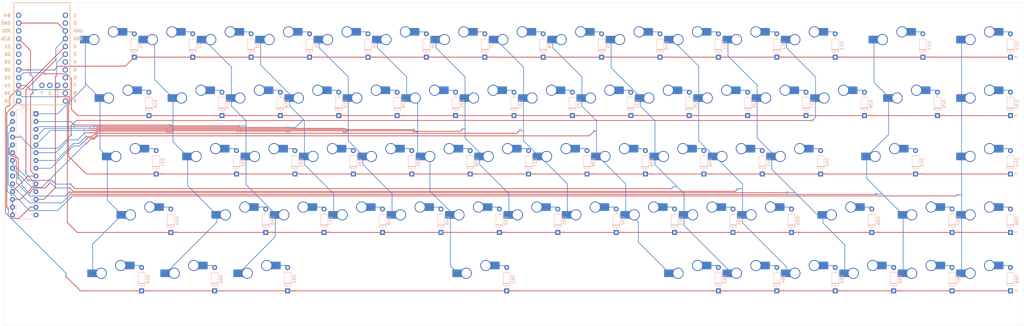
<source format=kicad_pcb>
(kicad_pcb (version 20240108) (generator "pcbnew") (generator_version "8.0")
  (layers (0 "F.Cu" signal) (31 "B.Cu" signal) (34 "B.Paste" user) (35 "F.Paste" user) (36 "B.SilkS" user "B.Silkscreen") (37 "F.SilkS" user "F.Silkscreen") (38 "B.Mask" user) (39 "F.Mask" user) (44 "Edge.Cuts" user))
  (net 0 "")
  (net 1 "Net-(D1-A)")
  (net 2 "COL1")
  (net 3 "Net-(D2-A)")
  (net 4 "COL2")
  (net 5 "Net-(D3-A)")
  (net 6 "COL3")
  (net 7 "COL4")
  (net 8 "Net-(D4-A)")
  (net 9 "Net-(D5-A)")
  (net 10 "COL5")
  (net 11 "Net-(D6-A)")
  (net 12 "COL6")
  (net 13 "COL7")
  (net 14 "Net-(D7-A)")
  (net 15 "COL8")
  (net 16 "Net-(D8-A)")
  (net 17 "COL9")
  (net 18 "Net-(D9-A)")
  (net 19 "Net-(D10-A)")
  (net 20 "COL10")
  (net 21 "COL11")
  (net 22 "Net-(D11-A)")
  (net 23 "Net-(D12-A)")
  (net 24 "COL12")
  (net 25 "Net-(D13-A)")
  (net 26 "COL13")
  (net 27 "COL14")
  (net 28 "Net-(D14-A)")
  (net 29 "Net-(D15-A)")
  (net 30 "Net-(D16-A)")
  (net 31 "Net-(D17-A)")
  (net 32 "Net-(D18-A)")
  (net 33 "Net-(D19-A)")
  (net 34 "Net-(D20-A)")
  (net 35 "Net-(D21-A)")
  (net 36 "Net-(D22-A)")
  (net 37 "Net-(D23-A)")
  (net 38 "Net-(D24-A)")
  (net 39 "Net-(D25-A)")
  (net 40 "Net-(D26-A)")
  (net 41 "Net-(D27-A)")
  (net 42 "Net-(D28-A)")
  (net 43 "Net-(D29-A)")
  (net 44 "Net-(D30-A)")
  (net 45 "Net-(D31-A)")
  (net 46 "Net-(D32-A)")
  (net 47 "Net-(D33-A)")
  (net 48 "Net-(D34-A)")
  (net 49 "Net-(D35-A)")
  (net 50 "Net-(D36-A)")
  (net 51 "Net-(D37-A)")
  (net 52 "Net-(D38-A)")
  (net 53 "Net-(D39-A)")
  (net 54 "Net-(D40-A)")
  (net 55 "Net-(D41-A)")
  (net 56 "Net-(D42-A)")
  (net 57 "Net-(D43-A)")
  (net 58 "Net-(D44-A)")
  (net 59 "Net-(D45-A)")
  (net 60 "Net-(D46-A)")
  (net 61 "Net-(D47-A)")
  (net 62 "Net-(D48-A)")
  (net 63 "Net-(D49-A)")
  (net 64 "Net-(D50-A)")
  (net 65 "Net-(D51-A)")
  (net 66 "Net-(D52-A)")
  (net 67 "Net-(D53-A)")
  (net 68 "Net-(D54-A)")
  (net 69 "Net-(D55-A)")
  (net 70 "Net-(D56-A)")
  (net 71 "Net-(D57-A)")
  (net 72 "Net-(D58-A)")
  (net 73 "Net-(D59-A)")
  (net 74 "Net-(D60-A)")
  (net 75 "Net-(D61-A)")
  (net 76 "Net-(D62-A)")
  (net 77 "ROW2")
  (net 78 "Net-(D63-A)")
  (net 79 "ROW5")
  (net 80 "ROW4")
  (net 81 "ROW1")
  (net 82 "ROW3")
  (net 84 "Net-(D64-A)")
  (net 86 "Net-(D65-A)")
  (net 88 "+3.3V")
  (net 93 "Net-(D66-A)")
  (net 94 "Net-(D67-A)")
  (net 95 "GND")
  (net 96 "COL15")
  (net 102 "SCK")
  (net 104 "SDA")
  (net 106 "unconnected-(U1-9-Pad12)")
  (net 113 "Net-(D68-A)")
  (footprint "ScottoKeebs_Scotto:MX_Hotswap_1.00u" (layer "B.Cu") (at 238.125 57.15)
    (property "Reference" "SW26" (hide yes))
    (property "Value" "SW_Push_45deg")
  )
  (footprint "Diode_THT:D_DO-35_SOD27_P7.62mm_Horizontal" (layer "B.Cu") (at 119.5375 83.2 90)
    (property "Reference" "D34")
    (property "Value" "D")
  )
  (footprint "ScottoKeebs_Scotto:MX_Hotswap_1.00u" (layer "B.Cu") (at 266.7 38.1)
    (property "Reference" "SW13" (hide yes))
    (property "Value" "SW_Push_45deg")
  )
  (footprint "ScottoKeebs_Scotto:MX_Hotswap_1.00u" (layer "B.Cu") (at 85.725 57.15)
    (property "Reference" "SW18" (hide yes))
    (property "Value" "SW_Push_45deg")
  )
  (footprint "Diode_THT:D_DO-35_SOD27_P7.62mm_Horizontal" (layer "B.Cu") (at 60.00625 102.25 90)
    (property "Reference" "D45")
    (property "Value" "D")
  )
  (footprint "ScottoKeebs_Scotto:MX_Hotswap_1.00u" (layer "B.Cu") (at 204.7875 76.2)
    (property "Reference" "SW39" (hide yes))
    (property "Value" "SW_Push_45deg")
  )
  (footprint "ScottoKeebs_Scotto:MX_Hotswap_1.00u" (layer "B.Cu") (at 304.8 114.3)
    (property "Reference" "SW67" (hide yes))
    (property "Value" "SW_Push_45deg")
  )
  (footprint "ScottoKeebs_Scotto:MX_Hotswap_1.00u" (layer "B.Cu") (at 100.0125 95.25)
    (property "Reference" "SW47" (hide yes))
    (property "Value" "SW_Push_45deg")
  )
  (footprint "ScottoKeebs_Scotto:MX_Hotswap_1.00u" (layer "B.Cu") (at 292.89375 76.2)
    (property "Reference" "SW43" (hide yes))
    (property "Value" "SW_Push_45deg")
  )
  (footprint "ScottoKeebs_Scotto:MX_Hotswap_1.00u" (layer "B.Cu") (at 300.0375 57.15)
    (property "Reference" "SW29" (hide yes))
    (property "Value" "SW_Push_45deg")
  )
  (footprint "Diode_THT:D_DO-35_SOD27_P7.62mm_Horizontal" (layer "B.Cu") (at 205.2625 102.25 90)
    (property "Reference" "D52")
    (property "Value" "D")
  )
  (footprint "ScottoKeebs_Scotto:MX_Hotswap_1.00u" (layer "B.Cu") (at 219.075 57.15)
    (property "Reference" "SW25" (hide yes))
    (property "Value" "SW_Push_45deg")
  )
  (footprint "Diode_THT:D_DO-35_SOD27_P7.62mm_Horizontal" (layer "B.Cu") (at 295.75 121.3 90)
    (property "Reference" "D66")
    (property "Value" "D")
  )
  (footprint "ScottoKeebs_Scotto:MX_Hotswap_1.00u" (layer "B.Cu") (at 247.65 38.1)
    (property "Reference" "SW12" (hide yes))
    (property "Value" "SW_Push_45deg")
  )
  (footprint "ScottoKeebs_Scotto:MX_Hotswap_1.00u" (layer "B.Cu") (at 323.85 38.1)
    (property "Reference" "SW15" (hide yes))
    (property "Value" "SW_Push_45deg")
  )
  (footprint "ScottoKeebs_Scotto:MX_Hotswap_1.00u" (layer "B.Cu") (at 200.025 57.15)
    (property "Reference" "SW24" (hide yes))
    (property "Value" "SW_Push_45deg")
  )
  (footprint "Diode_THT:D_DO-35_SOD27_P7.62mm_Horizontal" (layer "B.Cu") (at 314.8 102.25 90)
    (property "Reference" "D57")
    (property "Value" "D")
  )
  (footprint "Package_DIP:DIP-28_W7.62mm" (layer "B.Cu") (at 16 63.55 180)
    (property "Reference" "U2")
    (property "Value" "MCP23017_SP")
  )
  (footprint "ScottoKeebs_Scotto:MX_Hotswap_1.00u" (layer "B.Cu") (at 233.3625 95.25)
    (property "Reference" "SW54" (hide yes))
    (property "Value" "SW_Push_45deg")
  )
  (footprint "ScottoKeebs_Scotto:MX_Hotswap_1.00u" (layer "B.Cu") (at 180.975 57.15)
    (property "Reference" "SW23" (hide yes))
    (property "Value" "SW_Push_45deg")
  )
  (footprint "Diode_THT:D_DO-35_SOD27_P7.62mm_Horizontal" (layer "B.Cu") (at 195.7375 83.2 90)
    (property "Reference" "D38")
    (property "Value" "D")
  )
  (footprint "ScottoKeebs_Scotto:MX_Hotswap_1.00u" (layer "B.Cu") (at 128.5875 76.2)
    (property "Reference" "SW35" (hide yes))
    (property "Value" "SW_Push_45deg")
  )
  (footprint "ScottoKeebs_Scotto:MX_Hotswap_1.00u" (layer "B.Cu") (at 266.7 114.3)
    (property "Reference" "SW65" (hide yes))
    (property "Value" "SW_Push_45deg")
  )
  (footprint "Diode_THT:D_DO-35_SOD27_P7.62mm_Horizontal" (layer "B.Cu") (at 210.025 64.15 90)
    (property "Reference" "D24")
    (property "Value" "D")
  )
  (footprint "Diode_THT:D_DO-35_SOD27_P7.62mm_Horizontal" (layer "B.Cu") (at 162.4 45.1 90)
    (property "Reference" "D7")
    (property "Value" "D")
  )
  (footprint "ScottoKeebs_Scotto:MX_Hotswap_1.00u" (layer "B.Cu") (at 76.2 38.1)
    (property "Reference" "SW3" (hide yes))
    (property "Value" "SW_Push_45deg")
  )
  (footprint "ScottoKeebs_Scotto:MX_Hotswap_1.00u" (layer "B.Cu") (at 38.1 38.1)
    (property "Reference" "SW1" (hide yes))
    (property "Value" "SW_Push_45deg")
  )
  (footprint "Diode_THT:D_DO-35_SOD27_P7.62mm_Horizontal" (layer "B.Cu") (at 95.725 64.15 90)
    (property "Reference" "D18")
    (property "Value" "D")
  )
  (footprint "Diode_THT:D_DO-35_SOD27_P7.62mm_Horizontal" (layer "B.Cu") (at 333.85 45.1 90)
    (property "Reference" "D15")
    (property "Value" "D")
  )
  (footprint "ScottoKeebs_Scotto:MX_Hotswap_1.00u" (layer "B.Cu") (at 159.54375 114.3)
    (property "Reference" "SW62" (hide yes))
    (property "Value" "SW_Push_45deg")
  )
  (footprint "Diode_THT:D_DO-35_SOD27_P7.62mm_Horizontal" (layer "B.Cu") (at 100.4875 83.2 90)
    (property "Reference" "D33")
    (property "Value" "D")
  )
  (footprint "Diode_THT:D_DO-35_SOD27_P7.62mm_Horizontal" (layer "B.Cu") (at 214.7875 83.2 90)
    (property "Reference" "D39")
    (property "Value" "D")
  )
  (footprint "ScottoKeebs_Scotto:MX_Hotswap_1.00u" (layer "B.Cu") (at 40.48125 114.3)
    (property "Reference" "SW59" (hide yes))
    (property "Value" "SW_Push_45deg")
  )
  (footprint "Diode_THT:D_DO-35_SOD27_P7.62mm_Horizontal" (layer "B.Cu") (at 257.65 45.1 90)
    (property "Reference" "D12")
    (property "Value" "D")
  )
  (footprint "ScottoKeebs_Scotto:MX_Hotswap_1.00u" (layer "B.Cu") (at 261.9375 76.2)
    (property "Reference" "SW42" (hide yes))
    (property "Value" "SW_Push_45deg")
  )
  (footprint "Diode_THT:D_DO-35_SOD27_P7.62mm_Horizontal" (layer "B.Cu") (at 200.5 45.1 90)
    (property "Reference" "D9")
    (property "Value" "D")
  )
  (footprint "ScottoKeebs_Scotto:MX_Hotswap_1.00u" (layer "B.Cu") (at 252.4125 95.25)
    (property "Reference" "SW55" (hide yes))
    (property "Value" "SW_Push_45deg")
  )
  (footprint "Diode_THT:D_DO-35_SOD27_P7.62mm_Horizontal" (layer "B.Cu") (at 302.89375 83.2 90)
    (property "Reference" "D43")
    (property "Value" "D")
  )
  (footprint "Diode_THT:D_DO-35_SOD27_P7.62mm_Horizontal" (layer "B.Cu") (at 333.85 121.3 90)
    (property "Reference" "D68")
    (property "Value" "D")
  )
  (footprint "ScottoKeebs_Scotto:MX_Hotswap_1.00u" (layer "B.Cu") (at 42.8625 57.15)
    (property "Reference" "SW16" (hide yes))
    (property "Value" "SW_Push_45deg")
  )
  (footprint "Diode_THT:D_DO-35_SOD27_P7.62mm_Horizontal" (layer "B.Cu") (at 76.675 64.15 90)
    (property "Reference" "D17")
    (property "Value" "D")
  )
  (footprint "Diode_THT:D_DO-35_SOD27_P7.62mm_Horizontal" (layer "B.Cu") (at 148.1125 102.25 90)
    (property "Reference" "D49")
    (property "Value" "D")
  )
  (footprint "ScottoKeebs_Scotto:MX_Hotswap_1.00u" (layer "B.Cu") (at 64.29375 114.3)
    (property "Reference" "SW60" (hide yes))
    (property "Value" "SW_Push_45deg")
  )
  (footprint "Diode_THT:D_DO-35_SOD27_P7.62mm_Horizontal" (layer "B.Cu") (at 55.24375 83.2 90)
    (property "Reference" "D31")
    (property "Value" "D")
  )
  (footprint "ScottoKeebs_Scotto:MX_Hotswap_1.00u" (layer "B.Cu") (at 161.925 57.15)
    (property "Reference" "SW22" (hide yes))
    (property "Value" "SW_Push_45deg")
  )
  (footprint "Diode_THT:D_DO-35_SOD27_P7.62mm_Horizontal" (layer "B.Cu") (at 105.25 45.1 90)
    (property "Reference" "D4")
    (property "Value" "D")
  )
  (footprint "ScottoKeebs_Scotto:MX_Hotswap_1.00u" (layer "B.Cu") (at 323.85 57.15)
    (property "Reference" "SW30" (hide yes))
    (property "Value" "SW_Push_45deg")
  )
  (footprint "Diode_THT:D_DO-35_SOD27_P7.62mm_Horizontal" (layer "B.Cu") (at 276.7 121.3 90)
    (property "Reference" "D65")
    (property "Value" "D")
  )
  (footprint "Diode_THT:D_DO-35_SOD27_P7.62mm_Horizontal" (layer "B.Cu") (at 143.35 45.1 90)
    (property "Reference" "D6")
    (property "Value" "D")
  )
  (footprint "Diode_THT:D_DO-35_SOD27_P7.62mm_Horizontal" (layer "B.Cu") (at 169.54375 121.3 90)
    (property "Reference" "D62")
    (property "Value" "D")
  )
  (footprint "Diode_THT:D_DO-35_SOD27_P7.62mm_Horizontal" (layer "B.Cu") (at 98.10625 121.3 90)
    (property "Reference" "D61")
    (property "Value" "D")
  )
  (footprint "ScottoKeebs_Scotto:MX_Hotswap_1.00u" (layer "B.Cu") (at 152.4 38.1)
    (property "Reference" "SW7" (hide yes))
    (property "Value" "SW_Push_45deg")
  )
  (footprint "Diode_THT:D_DO-35_SOD27_P7.62mm_Horizontal" (layer "B.Cu") (at 224.3125 102.25 90)
    (property "Reference" "D53")
    (property "Value" "D")
  )
  (footprint "ScottoKeebs_Scotto:MX_Hotswap_1.00u" (layer "B.Cu") (at 185.7375 76.2)
    (property "Reference" "SW38" (hide yes))
    (property "Value" "SW_Push_45deg")
  )
  (footprint "Diode_THT:D_DO-35_SOD27_P7.62mm_Horizontal" (layer "B.Cu") (at 176.6875 83.2 90)
    (property "Reference" "D37")
    (property "Value" "D")
  )
  (footprint "ScottoKeebs_Scotto:MX_Hotswap_1.00u" (layer "B.Cu") (at 104.775 57.15)
    (property "Reference" "SW19" (hide yes))
    (property "Value" "SW_Push_45deg")
  )
  (footprint "ScottoKeebs_Scotto:MX_Hotswap_1.00u" (layer "B.Cu") (at 285.75 114.3)
    (property "Reference" "SW66" (hide yes))
    (property "Value" "SW_Push_45deg")
  )
  (footprint "Diode_THT:D_DO-35_SOD27_P7.62mm_Horizontal" (layer "B.Cu") (at 157.6375 83.2 90)
    (property "Reference" "D36")
    (property "Value" "D")
  )
  (footprint "Diode_THT:D_DO-35_SOD27_P7.62mm_Horizontal" (layer "B.Cu") (at 252.8875 83.2 90)
    (property "Reference" "D41")
    (property "Value" "D")
  )
  (footprint "Diode_THT:D_DO-35_SOD27_P7.62mm_Horizontal" (layer "B.Cu") (at 276.7 45.1 90)
    (property "Reference" "D13")
    (property "Value" "D")
  )
  (footprint "Diode_THT:D_DO-35_SOD27_P7.62mm_Horizontal" (layer "B.Cu") (at 48.1 45.1 90)
    (property "Reference" "D1")
    (property "Value" "D")
  )
  (footprint "Diode_THT:D_DO-35_SOD27_P7.62mm_Horizontal" (layer "B.Cu") (at 74.29375 121.3 90)
    (property "Reference" "D60")
    (property "Value" "D")
  )
  (footprint "Diode_THT:D_DO-35_SOD27_P7.62mm_Horizontal" (layer "B.Cu") (at 181.45 45.1 90)
    (property "Reference" "D8")
    (property "Value" "D")
  )
  (footprint "ScottoKeebs_Scotto:MX_Hotswap_1.00u" (layer "B.Cu") (at 166.6875 76.2)
    (property "Reference" "SW37" (hide yes))
    (property "Value" "SW_Push_45deg")
  )
  (footprint "ScottoKeebs_Scotto:MX_Hotswap_1.00u" (layer "B.Cu") (at 276.225 57.15)
    (property "Reference" "SW28" (hide yes))
    (property "Value" "SW_Push_45deg")
  )
  (footprint "ScottoKeebs_Scotto:MX_Hotswap_1.00u" (layer "B.Cu") (at 195.2625 95.25)
    (property "Reference" "SW52" (hide yes))
    (property "Value" "SW_Push_45deg")
  )
  (footprint "ScottoKeebs_Scotto:MX_Hotswap_1.00u" (layer "B.Cu") (at 50.00625 95.25)
    (property "Reference" "SW45" (hide yes))
    (property "Value" "SW_Push_45deg")
  )
  (footprint "Diode_THT:D_DO-35_SOD27_P7.62mm_Horizontal" (layer "B.Cu") (at 190.975 64.15 90)
    (property "Reference" "D23")
    (property "Value" "D")
  )
  (footprint "ScottoKeebs_Scotto:MX_Hotswap_1.00u" (layer "B.Cu") (at 295.275 38.1)
    (property "Reference" "SW14" (hide yes))
    (property "Value" "SW_Push_45deg")
  )
  (footprint "Diode_THT:D_DO-35_SOD27_P7.62mm_Horizontal" (layer "B.Cu") (at 110.0125 102.25 90)
    (property "Reference" "D47")
    (property "Value" "D")
  )
  (footprint "ScottoKeebs_Scotto:MX_Hotswap_1.00u" (layer "B.Cu") (at 138.1125 95.25)
    (property "Reference" "SW49" (hide yes))
    (property "Value" "SW_Push_45deg")
  )
  (footprint "Diode_THT:D_DO-35_SOD27_P7.62mm_Horizontal" (layer "B.Cu") (at 186.2125 102.25 90)
    (property "Reference" "D51")
    (property "Value" "D")
  )
  (footprint "ScottoKeebs_Scotto:MX_Hotswap_1.00u" (layer "B.Cu") (at 66.675 57.15)
    (property "Reference" "SW17" (hide yes))
    (property "Value" "SW_Push_45deg")
  )
  (footprint "Diode_THT:D_DO-35_SOD27_P7.62mm_Horizontal" (layer "B.Cu") (at 152.875 64.15 90)
    (property "Reference" "D21")
    (property "Value" "D")
  )
  (footprint "Diode_THT:D_DO-35_SOD27_P7.62mm_Horizontal" (layer "B.Cu") (at 267.175 64.15 90)
    (property "Reference" "D27")
    (property "Value" "D")
  )
  (footprint "ScottoKeebs_Scotto:MX_Hotswap_1.00u" (layer "B.Cu") (at 114.3 38.1)
    (property "Reference" "SW5" (hide yes))
    (property "Value" "SW_Push_45deg")
  )
  (footprint "Diode_THT:D_DO-35_SOD27_P7.62mm_Horizontal" (layer "B.Cu") (at 50.48125 121.3 90)
    (property "Reference" "D59")
    (property "Value" "D")
  )
  (footprint "Diode_THT:D_DO-35_SOD27_P7.62mm_Horizontal" (layer "B.Cu") (at 114.775 64.15 90)
    (property "Reference" "D19")
    (property "Value" "D")
  )
  (footprint "ScottoKeebs_Scotto:MX_Hotswap_1.00u" (layer "B.Cu") (at 228.6 114.3)
    (property "Reference" "SW63" (hide yes))
    (property "Value" "SW_Push_45deg")
  )
  (footprint "ScottoKeebs_Scotto:MX_Hotswap_1.00u" (layer "B.Cu") (at 133.35 38.1)
    (property "Reference" "SW6" (hide yes))
    (property "Value" "SW_Push_45deg")
  )
  (footprint "Diode_THT:D_DO-35_SOD27_P7.62mm_Horizontal" (layer "B.Cu") (at 314.8 121.3 90)
    (property "Reference" "D67")
    (property "Value" "D")
  )
  (footprint "ScottoKeebs_Scotto:MX_Hotswap_1.00u" (layer "B.Cu") (at 80.9625 95.25)
    (property "Reference" "SW46" (hide yes))
    (property "Value" "SW_Push_45deg")
  )
  (footprint "ScottoKeebs_Scotto:MX_Hotswap_1.00u" (layer "B.Cu") (at 142.875 57.15)
    (property "Reference" "SW21" (hide yes))
    (property "Value" "SW_Push_45deg")
  )
  (footprint "Diode_THT:D_DO-35_SOD27_P7.62mm_Horizontal" (layer "B.Cu") (at 129.0625 102.25 90)
    (property "Reference" "D48")
    (property "Value" "D")
  )
  (footprint "Diode_THT:D_DO-35_SOD27_P7.62mm_Horizontal" (layer "B.Cu") (at 333.85 64.15 90)
    (property "Reference" "D30")
    (property "Value" "D")
  )
  (footprint "ScottoKeebs_Scotto:MX_Hotswap_1.00u" (layer "B.Cu") (at 119.0625 95.25)
    (property "Reference" "SW48" (hide yes))
    (property "Value" "SW_Push_45deg")
  )
  (footprint "ScottoKeebs_Scotto:MX_Hotswap_1.00u" (layer "B.Cu") (at 57.15 38.1)
    (property "Reference" "SW2" (hide yes))
    (property "Value" "SW_Push_45deg")
  )
  (footprint "ScottoKeebs_Scotto:MX_Hotswap_1.00u" (layer "B.Cu") (at 190.5 38.1)
    (property "Reference" "SW9" (hide yes))
    (property "Value" "SW_Push_45deg")
  )
  (footprint "ScottoKeebs_Scotto:MX_Hotswap_1.00u" (layer "B.Cu") (at 95.25 38.1)
    (property "Reference" "SW4" (hide yes))
    (property "Value" "SW_Push_45deg")
  )
  (footprint "ScottoKeebs_MCU:Nice_Nano_V2" (layer "B.Cu") (at 18 45.13 180)
    (property "Reference" "U1" (hide yes))
    (property "Value" "Nice_Nano_V2" (hide yes))
  )
  (footprint "ScottoKeebs_Scotto:MX_Hotswap_1.00u" (layer "B.Cu") (at 247.65 114.3)
    (property "Reference" "SW64" (hide yes))
    (property "Value" "SW_Push_45deg")
  )
  (footprint "Diode_THT:D_DO-35_SOD27_P7.62mm_Horizontal" (layer "B.Cu") (at 86.2 45.1 90)
    (property "Reference" "D3")
    (property "Value" "D")
  )
  (footprint "Diode_THT:D_DO-35_SOD27_P7.62mm_Horizontal" (layer "B.Cu") (at 81.4375 83.2 90)
    (property "Reference" "D32")
    (property "Value" "D")
  )
  (footprint "Diode_THT:D_DO-35_SOD27_P7.62mm_Horizontal" (layer "B.Cu") (at 219.55 45.1 90)
    (property "Reference" "D10")
    (property "Value" "D")
  )
  (footprint "ScottoKeebs_Scotto:MX_Hotswap_1.00u" (layer "B.Cu") (at 257.175 57.15)
    (property "Reference" "SW27" (hide yes))
    (property "Value" "SW_Push_45deg")
  )
  (footprint "ScottoKeebs_Scotto:MX_Hotswap_1.00u" (layer "B.Cu") (at 171.45 38.1)
    (property "Reference" "SW8" (hide yes))
    (property "Value" "SW_Push_45deg")
  )
  (footprint "Diode_THT:D_DO-35_SOD27_P7.62mm_Horizontal" (layer "B.Cu") (at 310.0375 64.15 90)
    (property "Reference" "D29")
    (property "Value" "D")
  )
  (footprint "Diode_THT:D_DO-35_SOD27_P7.62mm_Horizontal" (layer "B.Cu") (at 271.9375 83.2 90)
    (property "Reference" "D42")
    (property "Value" "D")
  )
  (footprint "ScottoKeebs_Scotto:MX_Hotswap_1.00u" (layer "B.Cu") (at 242.8875 76.2)
    (property "Reference" "SW41" (hide yes))
    (property "Value" "SW_Push_45deg")
  )
  (footprint "ScottoKeebs_Scotto:MX_Hotswap_1.00u" (layer "B.Cu") (at 304.8 95.25)
    (property "Reference" "SW57" (hide yes))
    (property "Value" "SW_Push_45deg")
  )
  (footprint "ScottoKeebs_Scotto:MX_Hotswap_1.00u" (layer "B.Cu") (at 228.6 38.1)
    (property "Reference" "SW11" (hide yes))
    (property "Value" "SW_Push_45deg")
  )
  (footprint "ScottoKeebs_Scotto:MX_Hotswap_1.00u" (layer "B.Cu") (at 209.55 38.1)
    (property "Reference" "SW10" (hide yes))
    (property "Value" "SW_Push_45deg")
  )
  (footprint "Diode_THT:D_DO-35_SOD27_P7.62mm_Horizontal" (layer "B.Cu") (at 248.125 64.15 90)
    (property "Reference" "D26")
    (property "Value" "D")
  )
  (footprint "ScottoKeebs_Scotto:MX_Hotswap_1.00u" (layer "B.Cu") (at 323.85 76.2)
    (property "Reference" "SW44" (hide yes))
    (property "Value" "SW_Push_45deg")
  )
  (footprint "Diode_THT:D_DO-35_SOD27_P7.62mm_Horizontal" (layer "B.Cu") (at 67.15 45.1 90)
    (property "Reference" "D2")
    (property "Value" "D")
  )
  (footprint "Diode_THT:D_DO-35_SOD27_P7.62mm_Horizontal" (layer "B.Cu") (at 138.5875 83.2 90)
    (property "Reference" "D35")
    (property "Value" "D")
  )
  (footprint "Diode_THT:D_DO-35_SOD27_P7.62mm_Horizontal" (layer "B.Cu") (at 229.075 64.15 90)
    (property "Reference" "D25")
    (property "Value" "D")
  )
  (footprint "ScottoKeebs_Scotto:MX_Hotswap_1.00u" (layer "B.Cu") (at 214.3125 95.25)
    (property "Reference" "SW53" (hide yes))
    (property "Value" "SW_Push_45deg")
  )
  (footprint "Diode_THT:D_DO-35_SOD27_P7.62mm_Horizontal" (layer "B.Cu") (at 167.1625 102.25 90)
    (property "Reference" "D50")
    (property "Value" "D")
  )
  (footprint "ScottoKeebs_Scotto:MX_Hotswap_1.00u" (layer "B.Cu") (at 88.10625 114.3)
    (property "Reference" "SW61" (hide yes))
    (property "Value" "SW_Push_45deg")
  )
  (footprint "Diode_THT:D_DO-35_SOD27_P7.62mm_Horizontal" (layer "B.Cu") (at 238.6 121.3 90)
    (property "Reference" "D63")
    (property "Value" "D")
  )
  (footprint "Diode_THT:D_DO-35_SOD27_P7.62mm_Horizontal" (layer "B.Cu") (at 52.8625 64.15 90)
    (property "Reference" "D16")
    (property "Value" "D")
  )
  (footprint "Diode_THT:D_DO-35_SOD27_P7.62mm_Horizontal" (layer "B.Cu") (at 288.60625 102.25 90)
    (property "Reference" "D56")
    (property "Value" "D")
  )
  (footprint "Diode_THT:D_DO-35_SOD27_P7.62mm_Horizontal" (layer "B.Cu") (at 171.925 64.15 90)
    (property "Reference" "D22")
    (property "Value" "D")
  )
  (footprint "Diode_THT:D_DO-35_SOD27_P7.62mm_Horizontal" (layer "B.Cu") (at 90.9625 102.25 90)
    (property "Reference" "D46")
    (property "Value" "D")
  )
  (footprint "ScottoKeebs_Scotto:MX_Hotswap_1.00u" (layer "B.Cu") (at 147.6375 76.2)
    (property "Reference" "SW36" (hide yes))
    (property "Value" "SW_Push_45deg")
  )
  (footprint "Diode_THT:D_DO-35_SOD27_P7.62mm_Horizontal" (layer "B.Cu") (at 233.8375 83.2 90)
    (property "Reference" "D40")
    (property "Value" "D")
  )
  (footprint "ScottoKeebs_Scotto:MX_Hotswap_1.00u" (layer "B.Cu") (at 223.8375 76.2)
    (property "Reference" "SW40" (hide yes))
    (property "Value" "SW_Push_45deg")
  )
  (footprint "Diode_THT:D_DO-35_SOD27_P7.62mm_Horizontal" (layer "B.Cu") (at 238.6 45.1 90)
    (property "Reference" "D11")
    (property "Value" "D")
  )
  (footprint "ScottoKeebs_Scotto:MX_Hotswap_1.00u" (layer "B.Cu") (at 323.85 95.25)
    (property "Reference" "SW58" (hide yes))
    (property "Value" "SW_Push_45deg")
  )
  (footprint "ScottoKeebs_Scotto:MX_Hotswap_1.00u" (layer "B.Cu") (at 45.24375 76.2)
    (property "Reference" "SW31" (hide yes))
    (property "Value" "SW_Push_45deg")
  )
  (footprint "Diode_THT:D_DO-35_SOD27_P7.62mm_Horizontal" (layer "B.Cu") (at 124.3 45.1 90)
    (property "Reference" "D5")
    (property "Value" "D")
  )
  (footprint "ScottoKeebs_Scotto:MX_Hotswap_1.00u" (layer "B.Cu") (at 157.1625 95.25)
    (property "Reference" "SW50" (hide yes))
    (property "Value" "SW_Push_45deg")
  )
  (footprint "Diode_THT:D_DO-35_SOD27_P7.62mm_Horizontal" (layer "B.Cu") (at 133.825 64.15 90)
    (property "Reference" "D20")
    (property "Value" "D")
  )
  (footprint "Diode_THT:D_DO-35_SOD27_P7.62mm_Horizontal" (layer "B.Cu") (at 333.85 102.25 90)
    (property "Reference" "D58")
    (property "Value" "D")
  )
  (footprint "ScottoKeebs_Scotto:MX_Hotswap_1.00u" (layer "B.Cu") (at 90.4875 76.2)
    (property "Reference" "SW33" (hide yes))
    (property "Value" "SW_Push_45deg")
  )
  (footprint "Diode_THT:D_DO-35_SOD27_P7.62mm_Horizontal" (layer "B.Cu") (at 333.85 83.2 90)
    (property "Reference" "D44")
    (property "Value" "D")
  )
  (footprint "ScottoKeebs_Scotto:MX_Hotswap_1.00u" (layer "B.Cu") (at 71.4375 76.2)
    (property "Reference" "SW32" (hide yes))
    (property "Value" "SW_Push_45deg")
  )
  (footprint "Diode_THT:D_DO-35_SOD27_P7.62mm_Horizontal" (layer "B.Cu") (at 286.225 64.15 90)
    (property "Reference" "D28")
    (property "Value" "D")
  )
  (footprint "Diode_THT:D_DO-35_SOD27_P7.62mm_Horizontal" (layer "B.Cu") (at 305.275 45.1 90)
    (property "Reference" "D14")
    (property "Value" "D")
  )
  (footprint "Diode_THT:D_DO-35_SOD27_P7.62mm_Horizontal" (layer "B.Cu") (at 262.4125 102.25 90)
    (property "Reference" "D55")
    (property "Value" "D")
  )
  (footprint "ScottoKeebs_Scotto:MX_Hotswap_1.00u" (layer "B.Cu") (at 176.2125 95.25)
    (property "Reference" "SW51" (hide yes))
    (property "Value" "SW_Push_45deg")
  )
  (footprint "ScottoKeebs_Scotto:MX_Hotswap_1.00u" (layer "B.Cu") (at 123.825 57.15)
    (property "Reference" "SW20" (hide yes))
    (property "Value" "SW_Push_45deg")
  )
  (footprint "ScottoKeebs_Scotto:MX_Hotswap_1.00u" (layer "B.Cu") (at 109.5375 76.2)
    (property "Reference" "SW34" (hide yes))
    (property "Value" "SW_Push_45deg")
  )
  (footprint "ScottoKeebs_Scotto:MX_Hotswap_1.00u" (layer "B.Cu") (at 278.60625 95.25)
    (property "Reference" "SW56" (hide yes))
    (property "Value" "SW_Push_45deg")
  )
  (footprint "Diode_THT:D_DO-35_SOD27_P7.62mm_Horizontal" (layer "B.Cu") (at 243.3625 102.25 90)
    (property "Reference" "D54")
    (property "Value" "D")
  )
  (footprint "ScottoKeebs_Scotto:MX_Hotswap_1.00u" (layer "B.Cu") (at 323.85 114.3)
    (property "Reference" "SW68" (hide yes))
    (property "Value" "SW_Push_45deg")
  )
  (footprint "Diode_THT:D_DO-35_SOD27_P7.62mm_Horizontal" (layer "B.Cu") (at 257.65 121.3 90)
    (property "Reference" "D64")
    (property "Value" "D")
  )
  (gr_rect (start 5.5 27.25) (end 338.25 132.75) (stroke (width 0.05)) (fill none) (layer "Edge.Cuts"))
  (segment (start 47.45 36.83) (end 48.1 37.48) (width 0.2) (layer "B.Cu") (net 1))
  (segment (start 44.055 36.83) (end 47.45 36.83) (width 0.2) (layer "B.Cu") (net 1))
  (segment (start 39.29375 91.7575) (end 44.05625 96.52) (width 0.2) (layer "B.Cu") (net 2))
  (segment (start 32.15 54.51354) (end 23.11354 63.55) (width 0.2) (layer "B.Cu") (net 2))
  (segment (start 32.15 53.6575) (end 36.9125 58.42) (width 0.2) (layer "B.Cu") (net 2))
  (segment (start 39.29375 77.47) (end 39.29375 91.7575) (width 0.2) (layer "B.Cu") (net 2))
  (segment (start 34.53125 106.045) (end 34.53125 115.57) (width 0.2) (layer "B.Cu") (net 2))
  (segment (start 32.15 39.37) (end 32.15 53.6575) (width 0.2) (layer "B.Cu") (net 2))
  (segment (start 36.9125 58.42) (end 36.9125 75.08875) (width 0.2) (layer "B.Cu") (net 2))
  (segment (start 36.9125 75.08875) (end 39.29375 77.47) (width 0.2) (layer "B.Cu") (net 2))
  (segment (start 23.11354 63.55) (end 16 63.55) (width 0.2) (layer "B.Cu") (net 2))
  (segment (start 32.15 53.6575) (end 32.15 54.51354) (width 0.2) (layer "B.Cu") (net 2))
  (segment (start 44.05625 96.52) (end 34.53125 106.045) (width 0.2) (layer "B.Cu") (net 2))
  (segment (start 66.5 36.83) (end 67.15 37.48) (width 0.2) (layer "B.Cu") (net 3))
  (segment (start 63.105 36.83) (end 66.5 36.83) (width 0.2) (layer "B.Cu") (net 3))
  (segment (start 59.5 67.25) (end 28.5 67.25) (width 0.2) (layer "F.Cu") (net 4))
  (via (at 59.5 67.25) (size 0.6) (drill 0.3) (layers "F.Cu" "B.Cu") (net 4))
  (via (at 28.5 67.25) (size 0.6) (drill 0.3) (layers "F.Cu" "B.Cu") (net 4))
  (segment (start 52.975 39.37) (end 54.75 41.145) (width 0.2) (layer "B.Cu") (net 4))
  (segment (start 54.75 52.445) (end 60.725 58.42) (width 0.2) (layer "B.Cu") (net 4))
  (segment (start 65.4875 86.995) (end 65.4875 77.47) (width 0.2) (layer "B.Cu") (net 4))
  (segment (start 60.725 69) (end 60.725 67.5) (width 0.2) (layer "B.Cu") (net 4))
  (segment (start 75.0125 96.52) (end 65.4875 86.995) (width 0.2) (layer "B.Cu") (net 4))
  (segment (start 27.34 66.09) (end 16 66.09) (width 0.2) (layer "B.Cu") (net 4))
  (segment (start 65.4875 77.47) (end 60.725 72.7075) (width 0.2) (layer "B.Cu") (net 4))
  (segment (start 60.475 67.25) (end 60.725 67.5) (width 0.2) (layer "B.Cu") (net 4))
  (segment (start 54.75 41.145) (end 54.75 52.445) (width 0.2) (layer "B.Cu") (net 4))
  (segment (start 51.2 39.37) (end 52.975 39.37) (width 0.2) (layer "B.Cu") (net 4))
  (segment (start 58.34375 115.57) (end 75.0125 98.90125) (width 0.2) (layer "B.Cu") (net 4))
  (segment (start 60.725 72.7075) (end 60.725 69) (width 0.2) (layer "B.Cu") (net 4))
  (segment (start 75.0125 98.90125) (end 75.0125 96.52) (width 0.2) (layer "B.Cu") (net 4))
  (segment (start 60.725 67.5) (end 60.725 58.42) (width 0.2) (layer "B.Cu") (net 4))
  (segment (start 59.5 67.25) (end 60.475 67.25) (width 0.2) (layer "B.Cu") (net 4))
  (segment (start 28.5 67.25) (end 27.34 66.09) (width 0.2) (layer "B.Cu") (net 4))
  (segment (start 82.155 36.83) (end 85.55 36.83) (width 0.2) (layer "B.Cu") (net 5))
  (segment (start 85.55 36.83) (end 86.2 37.48) (width 0.2) (layer "B.Cu") (net 5))
  (segment (start 59.051471 67.65) (end 59.251471 67.85) (width 0.2) (layer "F.Cu") (net 6))
  (segment (start 35 67.85) (end 35.2 67.65) (width 0.2) (layer "F.Cu") (net 6))
  (segment (start 59.748529 67.85) (end 60.098529 67.5) (width 0.2) (layer "F.Cu") (net 6))
  (segment (start 59.251471 67.85) (end 59.748529 67.85) (width 0.2) (layer "F.Cu") (net 6))
  (segment (start 60.098529 67.5) (end 82.25 67.5) (width 0.2) (layer "F.Cu") (net 6))
  (segment (start 35.2 67.65) (end 59.051471 67.65) (width 0.2) (layer "F.Cu") (net 6))
  (via (at 82.25 67.5) (size 0.6) (drill 0.3) (layers "F.Cu" "B.Cu") (net 6))
  (via (at 35 67.85) (size 0.6) (drill 0.3) (layers "F.Cu" "B.Cu") (net 6))
  (segment (start 84.5375 77.47) (end 84.5375 86.649365) (width 0.2) (layer "B.Cu") (net 6))
  (segment (start 70.25 39.37) (end 70.820132 39.37) (width 0.2) (layer "B.Cu") (net 6))
  (segment (start 82.25 67.5) (end 84.5375 67.5) (width 0.2) (layer "B.Cu") (net 6))
  (segment (start 28.748529 67.85) (end 28.251471 67.85) (width 0.2) (layer "B.Cu") (net 6))
  (segment (start 84.5375 65.822632) (end 84.5375 67.5) (width 0.2) (layer "B.Cu") (net 6))
  (segment (start 84.5375 67.5) (end 84.5375 77.47) (width 0.2) (layer "B.Cu") (net 6))
  (segment (start 84.5375 86.649365) (end 94.0625 96.174365) (width 0.2) (layer "B.Cu") (net 6))
  (segment (start 94.0625 96.174365) (end 94.0625 96.52) (width 0.2) (layer "B.Cu") (net 6))
  (segment (start 82.15625 115.57) (end 94.0625 103.66375) (width 0.2) (layer "B.Cu") (net 6))
  (segment (start 35 67.85) (end 34.9 67.75) (width 0.2) (layer "B.Cu") (net 6))
  (segment (start 79.775 48.324868) (end 79.775 58.42) (width 0.2) (layer "B.Cu") (net 6))
  (segment (start 28.848529 67.75) (end 28.748529 67.85) (width 0.2) (layer "B.Cu") (net 6))
  (segment (start 79.775 61.060132) (end 84.5375 65.822632) (width 0.2) (layer "B.Cu") (net 6))
  (segment (start 28.251471 67.85) (end 28.151471 67.75) (width 0.2) (layer "B.Cu") (net 6))
  (segment (start 94.0625 103.66375) (end 94.0625 96.52) (width 0.2) (layer "B.Cu") (net 6))
  (segment (start 16.88 67.75) (end 16 68.63) (width 0.2) (layer "B.Cu") (net 6))
  (segment (start 79.775 58.42) (end 79.775 61.060132) (width 0.2) (layer "B.Cu") (net 6))
  (segment (start 70.820132 39.37) (end 79.775 48.324868) (width 0.2) (layer "B.Cu") (net 6))
  (segment (start 34.9 67.75) (end 28.848529 67.75) (width 0.2) (layer "B.Cu") (net 6))
  (segment (start 28.151471 67.75) (end 16.88 67.75) (width 0.2) (layer "B.Cu") (net 6))
  (segment (start 82.001471 68.1) (end 81.801471 67.9) (width 0.2) (layer "F.Cu") (net 7))
  (segment (start 60.264214 67.9) (end 59.914214 68.25) (width 0.2) (layer "F.Cu") (net 7))
  (segment (start 81.801471 67.9) (end 60.264214 67.9) (width 0.2) (layer "F.Cu") (net 7))
  (segment (start 98.25 68) (end 82.598529 68) (width 0.2) (layer "F.Cu") (net 7))
  (segment (start 58.885785 68.05) (end 35.95 68.05) (width 0.2) (layer "F.Cu") (net 7))
  (segment (start 59.914214 68.25) (end 59.085785 68.25) (width 0.2) (layer "F.Cu") (net 7))
  (segment (start 33.85 68.45) (end 33.75 68.35) (width 0.2) (layer "F.Cu") (net 7))
  (segment (start 82.598529 68) (end 82.498529 68.1) (width 0.2) (layer "F.Cu") (net 7))
  (segment (start 59.085785 68.25) (end 58.885785 68.05) (width 0.2) (layer "F.Cu") (net 7))
  (segment (start 35.55 68.45) (end 33.85 68.45) (width 0.2) (layer "F.Cu") (net 7))
  (segment (start 35.95 68.05) (end 35.55 68.45) (width 0.2) (layer "F.Cu") (net 7))
  (segment (start 82.498529 68.1) (end 82.001471 68.1) (width 0.2) (layer "F.Cu") (net 7))
  (via (at 98.25 68) (size 0.6) (drill 0.3) (layers "F.Cu" "B.Cu") (net 7))
  (via (at 33.75 68.35) (size 0.6) (drill 0.3) (layers "F.Cu" "B.Cu") (net 7))
  (segment (start 33.75 68.35) (end 18.82 68.35) (width 0.2) (layer "B.Cu") (net 7))
  (segment (start 100.75 68) (end 103.257434 65.492566) (width 0.2) (layer "B.Cu") (net 7))
  (segment (start 113.1125 96.52) (end 113.1125 89.635132) (width 0.2) (layer "B.Cu") (net 7))
  (segment (start 98.825 57.17) (end 89.3 47.645) (width 0.2) (layer "B.Cu") (net 7))
  (segment (start 103.5875 80.110132) (end 103.5875 77.47) (width 0.2) (layer "B.Cu") (net 7))
  (segment (start 103.5875 77.47) (end 103.5875 65.822632) (width 0.2) (layer "B.Cu") (net 7))
  (segment (start 98.825 58.42) (end 98.825 57.17) (width 0.2) (layer "B.Cu") (net 7))
  (segment (start 103.5875 65.822632) (end 103.257434 65.492566) (width 0.2) (layer "B.Cu") (net 7))
  (segment (start 103.257434 65.492566) (end 98.825 61.060132) (width 0.2) (layer "B.Cu") (net 7))
  (segment (start 98.825 61.060132) (end 98.825 58.42) (width 0.2) (layer "B.Cu") (net 7))
  (segment (start 18.82 68.35) (end 16 71.17) (width 0.2) (layer "B.Cu") (net 7))
  (segment (start 98.25 68) (end 100.75 68) (width 0.2) (layer "B.Cu") (net 7))
  (segment (start 113.1125 89.635132) (end 103.5875 80.110132) (width 0.2) (layer "B.Cu") (net 7))
  (segment (start 89.3 47.645) (end 89.3 39.37) (width 0.2) (layer "B.Cu") (net 7))
  (segment (start 101.205 36.83) (end 104.6 36.83) (width 0.2) (layer "B.Cu") (net 8))
  (segment (start 104.6 36.83) (end 105.25 37.48) (width 0.2) (layer "B.Cu") (net 8))
  (segment (start 120.255 36.83) (end 123.65 36.83) (width 0.2) (layer "B.Cu") (net 9))
  (segment (start 123.65 36.83) (end 124.3 37.48) (width 0.2) (layer "B.Cu") (net 9))
  (segment (start 60.4299 68.3) (end 60.0799 68.65) (width 0.2) (layer "F.Cu") (net 10))
  (segment (start 98.798529 68.3) (end 98.498529 68.6) (width 0.2) (layer "F.Cu") (net 10))
  (segment (start 36.115686 68.45) (end 35.565686 69) (width 0.2) (layer "F.Cu") (net 10))
  (segment (start 116.55 68.3) (end 98.798529 68.3) (width 0.2) (layer "F.Cu") (net 10))
  (segment (start 98.001471 68.6) (end 97.801471 68.4) (width 0.2) (layer "F.Cu") (net 10))
  (segment (start 58.920099 68.65) (end 58.7201 68.45) (width 0.2) (layer "F.Cu") (net 10))
  (segment (start 35.565686 69) (end 31.75 69) (width 0.2) (layer "F.Cu") (net 10))
  (segment (start 97.801471 68.4) (end 82.764215 68.4) (width 0.2) (layer "F.Cu") (net 10))
  (segment (start 81.835786 68.5) (end 81.635786 68.3) (width 0.2) (layer "F.Cu") (net 10))
  (segment (start 116.75 68.5) (end 116.55 68.3) (width 0.2) (layer "F.Cu") (net 10))
  (segment (start 98.498529 68.6) (end 98.001471 68.6) (width 0.2) (layer "F.Cu") (net 10))
  (segment (start 82.664215 68.5) (end 81.835786 68.5) (width 0.2) (layer "F.Cu") (net 10))
  (segment (start 82.764215 68.4) (end 82.664215 68.5) (width 0.2) (layer "F.Cu") (net 10))
  (segment (start 60.0799 68.65) (end 58.920099 68.65) (width 0.2) (layer "F.Cu") (net 10))
  (segment (start 58.7201 68.45) (end 36.115686 68.45) (width 0.2) (layer "F.Cu") (net 10))
  (segment (start 81.635786 68.3) (end 60.4299 68.3) (width 0.2) (layer "F.Cu") (net 10))
  (via (at 31.75 69) (size 0.6) (drill 0.3) (layers "F.Cu" "B.Cu") (net 10))
  (via (at 116.75 68.5) (size 0.6) (drill 0.3) (layers "F.Cu" "B.Cu") (net 10))
  (segment (start 20.71 69) (end 16 73.71) (width 0.2) (layer "B.Cu") (net 10))
  (segment (start 122.6375 77.124365) (end 122.6375 77.47) (width 0.2) (layer "B.Cu") (net 10))
  (segment (start 117.875 69.25) (end 117.875 72.361865) (width 0.2) (layer "B.Cu") (net 10))
  (segment (start 31.75 69) (end 20.71 69) (width 0.2) (layer "B.Cu") (net 10))
  (segment (start 117.875 72.361865) (end 122.6375 77.124365) (width 0.2) (layer "B.Cu") (net 10))
  (segment (start 122.6375 80.110132) (end 122.6375 77.47) (width 0.2) (layer "B.Cu") (net 10))
  (segment (start 117.125 68.5) (end 116.75 68.5) (width 0.2) (layer "B.Cu") (net 10))
  (segment (start 132.1625 89.635132) (end 122.6375 80.110132) (width 0.2) (layer "B.Cu") (net 10))
  (segment (start 108.35 39.37) (end 108.35 42.010132) (width 0.2) (layer "B.Cu") (net 10))
  (segment (start 117.875 69.25) (end 117.125 68.5) (width 0.2) (layer "B.Cu") (net 10))
  (segment (start 132.1625 96.52) (end 132.1625 89.635132) (width 0.2) (layer "B.Cu") (net 10))
  (segment (start 117.875 51.535132) (end 117.875 58.42) (width 0.2) (layer "B.Cu") (net 10))
  (segment (start 117.875 58.42) (end 117.875 69.25) (width 0.2) (layer "B.Cu") (net 10))
  (segment (start 108.35 42.010132) (end 117.875 51.535132) (width 0.2) (layer "B.Cu") (net 10))
  (segment (start 142.7 36.83) (end 143.35 37.48) (width 0.2) (layer "B.Cu") (net 11))
  (segment (start 139.305 36.83) (end 142.7 36.83) (width 0.2) (layer "B.Cu") (net 11))
  (segment (start 98.964214 68.7) (end 98.664214 69) (width 0.2) (layer "F.Cu") (net 12))
  (segment (start 116.501471 69.1) (end 116.15 68.748529) (width 0.2) (layer "F.Cu") (net 12))
  (segment (start 98.664214 69) (end 97.835785 69) (width 0.2) (layer "F.Cu") (net 12))
  (segment (start 81.6701 68.9) (end 81.4701 68.7) (width 0.2) (layer "F.Cu") (net 12))
  (segment (start 35.381372 69.75) (end 32 69.75) (width 0.2) (layer "F.Cu") (net 12))
  (segment (start 116.15 68.7) (end 98.964214 68.7) (width 0.2) (layer "F.Cu") (net 12))
  (segment (start 58.754414 69.05) (end 58.554414 68.85) (width 0.2) (layer "F.Cu") (net 12))
  (segment (start 60.245586 69.05) (end 58.754414 69.05) (width 0.2) (layer "F.Cu") (net 12))
  (segment (start 97.635785 68.8) (end 82.9299 68.8) (width 0.2) (layer "F.Cu") (net 12))
  (segment (start 97.835785 69) (end 97.635785 68.8) (width 0.2) (layer "F.Cu") (net 12))
  (segment (start 82.9299 68.8) (end 82.8299 68.9) (width 0.2) (layer "F.Cu") (net 12))
  (segment (start 116.15 68.748529) (end 116.15 68.7) (width 0.2) (layer "F.Cu") (net 12))
  (segment (start 58.554414 68.85) (end 36.281372 68.85) (width 0.2) (layer "F.Cu") (net 12))
  (segment (start 117.398529 68.7) (end 116.998529 69.1) (width 0.2) (layer "F.Cu") (net 12))
  (segment (start 32 69.75) (end 31.75 70) (width 0.2) (layer "F.Cu") (net 12))
  (segment (start 82.8299 68.9) (end 81.6701 68.9) (width 0.2) (layer "F.Cu") (net 12))
  (segment (start 36.281372 68.85) (end 35.381372 69.75) (width 0.2) (layer "F.Cu") (net 12))
  (segment (start 139.2 68.7) (end 117.398529 68.7) (width 0.2) (layer "F.Cu") (net 12))
  (segment (start 139.25 68.75) (end 139.2 68.7) (width 0.2) (layer "F.Cu") (net 12))
  (segment (start 81.4701 68.7) (end 60.595586 68.7) (width 0.2) (layer "F.Cu") (net 12))
  (segment (start 60.595586 68.7) (end 60.245586 69.05) (width 0.2) (layer "F.Cu") (net 12))
  (segment (start 116.998529 69.1) (end 116.501471 69.1) (width 0.2) (layer "F.Cu") (net 12))
  (via (at 139.25 68.75) (size 0.6) (drill 0.3) (layers "F.Cu" "B.Cu") (net 12))
  (via (at 31.75 70) (size 0.6) (drill 0.3) (layers "F.Cu" "B.Cu") (net 12))
  (segment (start 140.5 76.2825) (end 141.6875 77.47) (width 0.2) (layer "B.Cu") (net 12))
  (segment (start 144.5 88.75) (end 151.2125 95.4625) (width 0.2) (layer "B.Cu") (net 12))
  (segment (start 141.6875 77.47) (end 143.4625 77.47) (width 0.2) (layer "B.Cu") (net 12))
  (segment (start 153.59375 115.57) (end 151.2125 113.18875) (width 0.2) (layer "B.Cu") (net 12))
  (segment (start 143.4625 77.47) (end 144.5 78.5075) (width 0.2) (layer "B.Cu") (net 12))
  (segment (start 138.7 58.42) (end 140.5 60.22) (width 0.2) (layer "B.Cu") (net 12))
  (segment (start 29.699997 72.050003) (end 26.699997 72.050003) (width 0.2) (layer "B.Cu") (net 12))
  (segment (start 140.5 69.5) (end 140.5 71.5) (width 0.2) (layer "B.Cu") (net 12))
  (segment (start 26.699997 72.050003) (end 22.5 76.25) (width 0.2) (layer "B.Cu") (net 12))
  (segment (start 22.5 76.25) (end 16 76.25) (width 0.2) (layer "B.Cu") (net 12))
  (segment (start 139.25 68.75) (end 140 69.5) (width 0.2) (layer "B.Cu") (net 12))
  (segment (start 136.925 51.535132) (end 136.925 58.42) (width 0.2) (layer "B.Cu") (net 12))
  (segment (start 139.25 68.75) (end 139 69) (width 0.2) (layer "B.Cu") (net 12))
  (segment (start 127.4 39.37) (end 127.4 42.010132) (width 0.2) (layer "B.Cu") (net 12))
  (segment (start 151.2125 113.18875) (end 151.2125 96.52) (width 0.2) (layer "B.Cu") (net 12))
  (segment (start 127.4 42.010132) (end 136.925 51.535132) (width 0.2) (layer "B.Cu") (net 12))
  (segment (start 140.5 71.5) (end 140.5 76.2825) (width 0.2) (layer "B.Cu") (net 12))
  (segment (start 140 69.5) (end 140.5 69.5) (width 0.2) (layer "B.Cu") (net 12))
  (segment (start 140.5 60.22) (end 140.5 69.5) (width 0.2) (layer "B.Cu") (net 12))
  (segment (start 136.925 58.42) (end 138.7 58.42) (width 0.2) (layer "B.Cu") (net 12))
  (segment (start 31.75 70) (end 29.699997 72.050003) (width 0.2) (layer "B.Cu") (net 12))
  (segment (start 144.5 78.5075) (end 144.5 88.75) (width 0.2) (layer "B.Cu") (net 12))
  (segment (start 151.2125 95.4625) (end 151.2125 96.52) (width 0.2) (layer "B.Cu") (net 12))
  (segment (start 60.761272 69.1) (end 60.411272 69.45) (width 0.2) (layer "F.Cu") (net 13))
  (segment (start 99.1299 69.1) (end 98.8299 69.4) (width 0.2) (layer "F.Cu") (net 13))
  (segment (start 155 68.75) (end 154.5 69.25) (width 0.2) (layer "F.Cu") (net 13))
  (segment (start 82.995586 69.3) (end 81.504414 69.3) (width 0.2) (layer "F.Cu") (net 13))
  (segment (start 34.25 71) (end 32.25 71) (width 0.2) (layer "F.Cu") (net 13))
  (segment (start 138.751471 69.1) (end 117.564215 69.1) (width 0.2) (layer "F.Cu") (net 13))
  (segment (start 98.8299 69.4) (end 97.670099 69.4) (width 0.2) (layer "F.Cu") (net 13))
  (segment (start 58.388729 69.25) (end 36.447058 69.25) (width 0.2) (layer "F.Cu") (net 13))
  (segment (start 115.935785 69.1) (end 99.1299 69.1) (width 0.2) (layer "F.Cu") (net 13))
  (segment (start 83.095586 69.2) (end 82.995586 69.3) (width 0.2) (layer "F.Cu") (net 13))
  (segment (start 81.504414 69.3) (end 81.304415 69.1) (width 0.2) (layer "F.Cu") (net 13))
  (segment (start 35.547058 70.15) (end 35.1 70.15) (width 0.2) (layer "F.Cu") (net 13))
  (segment (start 58.588728 69.45) (end 58.388729 69.25) (width 0.2) (layer "F.Cu") (net 13))
  (segment (start 60.411272 69.45) (end 58.588728 69.45) (width 0.2) (layer "F.Cu") (net 13))
  (segment (start 36.447058 69.25) (end 35.547058 70.15) (width 0.2) (layer "F.Cu") (net 13))
  (segment (start 35.1 70.15) (end 34.25 71) (width 0.2) (layer "F.Cu") (net 13))
  (segment (start 139.598529 69.25) (end 139.498529 69.35) (width 0.2) (layer "F.Cu") (net 13))
  (segment (start 139.001471 69.35) (end 138.751471 69.1) (width 0.2) (layer "F.Cu") (net 13))
  (segment (start 154.5 69.25) (end 139.598529 69.25) (width 0.2) (layer "F.Cu") (net 13))
  (segment (start 97.670099 69.4) (end 97.4701 69.2) (width 0.2) (layer "F.Cu") (net 13))
  (segment (start 116.335785 69.5) (end 115.935785 69.1) (width 0.2) (layer "F.Cu") (net 13))
  (segment (start 139.498529 69.35) (end 139.001471 69.35) (width 0.2) (layer "F.Cu") (net 13))
  (segment (start 117.564215 69.1) (end 117.164215 69.5) (width 0.2) (layer "F.Cu") (net 13))
  (segment (start 97.4701 69.2) (end 83.095586 69.2) (width 0.2) (layer "F.Cu") (net 13))
  (segment (start 81.304415 69.1) (end 60.761272 69.1) (width 0.2) (layer "F.Cu") (net 13))
  (segment (start 117.164215 69.5) (end 116.335785 69.5) (width 0.2) (layer "F.Cu") (net 13))
  (via (at 155 68.75) (size 0.6) (drill 0.3) (layers "F.Cu" "B.Cu") (net 13))
  (via (at 32.25 71) (size 0.6) (drill 0.3) (layers "F.Cu" "B.Cu") (net 13))
  (segment (start 30 73.25) (end 28.25 73.25) (width 0.2) (layer "B.Cu") (net 13))
  (segment (start 155.975 71.4575) (end 155.975 71) (width 0.2) (layer "B.Cu") (net 13))
  (segment (start 155.975 58.42) (end 155.975 51.535132) (width 0.2) (layer "B.Cu") (net 13))
  (segment (start 155.975 51.535132) (end 146.45 42.010132) (width 0.2) (layer "B.Cu") (net 13))
  (segment (start 160.7375 80.110132) (end 160.7375 77.47) (width 0.2) (layer "B.Cu") (net 13))
  (segment (start 155.975 68.5) (end 155.975 58.42) (width 0.2) (layer "B.Cu") (net 13))
  (segment (start 146.45 42.010132) (end 146.45 39.37) (width 0.2) (layer "B.Cu") (net 13))
  (segment (start 28.25 73.25) (end 22.71 78.79) (width 0.2) (layer "B.Cu") (net 13))
  (segment (start 170.2625 96.52) (end 170.2625 89.635132) (width 0.2) (layer "B.Cu") (net 13))
  (segment (start 160.7375 77.47) (end 160.7375 76.22) (width 0.2) (layer "B.Cu") (net 13))
  (segment (start 155.975 68.5) (end 155.25 68.5) (width 0.2) (layer "B.Cu") (net 13))
  (segment (start 155.975 71) (end 155.975 68.5) (width 0.2) (layer "B.Cu") (net 13))
  (segment (start 32.25 71) (end 30 73.25) (width 0.2) (layer "B.Cu") (net 13))
  (segment (start 160.7375 76.22) (end 155.975 71.4575) (width 0.2) (layer "B.Cu") (net 13))
  (segment (start 22.71 78.79) (end 16 78.79) (width 0.2) (layer "B.Cu") (net 13))
  (segment (start 170.2625 89.635132) (end 160.7375 80.110132) (width 0.2) (layer "B.Cu") (net 13))
  (segment (start 155.25 68.5) (end 155 68.75) (width 0.2) (layer "B.Cu") (net 13))
  (segment (start 161.75 36.83) (end 162.4 37.48) (width 0.2) (layer "B.Cu") (net 14))
  (segment (start 158.355 36.83) (end 161.75 36.83) (width 0.2) (layer "B.Cu") (net 14))
  (segment (start 34.862744 71.4) (end 36.362744 69.9) (width 0.2) (layer "F.Cu") (net 15))
  (segment (start 32.861932 71.4) (end 34.862744 71.4) (width 0.2) (layer "F.Cu") (net 15))
  (segment (start 32.502983 71.758949) (end 32.861932 71.4) (width 0.2) (layer "F.Cu") (net 15))
  (segment (start 36.362744 69.9) (end 172.85 69.9) (width 0.2) (layer "F.Cu") (net 15))
  (segment (start 172.85 69.9) (end 174 68.75) (width 0.2) (layer "F.Cu") (net 15))
  (via (at 174 68.75) (size 0.6) (drill 0.3) (layers "F.Cu" "B.Cu") (net 15))
  (via (at 32.502983 71.758949) (size 0.6) (drill 0.3) (layers "F.Cu" "B.Cu") (net 15))
  (segment (start 180.357632 77.47) (end 189.3125 86.424868) (width 0.2) (layer "B.Cu") (net 15))
  (segment (start 20.92 81.33) (end 16 81.33) (width 0.2) (layer "B.Cu") (net 15))
  (segment (start 166.070132 39.37) (end 175.025 48.324868) (width 0.2) (layer "B.Cu") (net 15))
  (segment (start 175.025 69.25) (end 175.025 71.25) (width 0.2) (layer "B.Cu") (net 15))
  (segment (start 189.3125 87.75) (end 189.3125 88) (width 0.2) (layer "B.Cu") (net 15))
  (segment (start 179.7875 77.47) (end 180.357632 77.47) (width 0.2) (layer "B.Cu") (net 15))
  (segment (start 179.7875 77.124365) (end 179.7875 77.47) (width 0.2) (layer "B.Cu") (net 15))
  (segment (start 175.025 71.25) (end 175.025 72.361865) (width 0.2) (layer "B.Cu") (net 15))
  (segment (start 165.5 39.37) (end 166.070132 39.37) (width 0.2) (layer "B.Cu") (net 15))
  (segment (start 175.025 48.324868) (end 175.025 58.42) (width 0.2) (layer "B.Cu") (net 15))
  (segment (start 189.3125 86.424868) (end 189.3125 87.75) (width 0.2) (layer "B.Cu") (net 15))
  (segment (start 30.211929 74.050003) (end 28.199997 74.050003) (width 0.2) (layer "B.Cu") (net 15))
  (segment (start 175.025 72.361865) (end 179.7875 77.124365) (width 0.2) (layer "B.Cu") (net 15))
  (segment (start 174 68.75) (end 174.5 69.25) (width 0.2) (layer "B.Cu") (net 15))
  (segment (start 175.025 58.42) (end 175.025 69.25) (width 0.2) (layer "B.Cu") (net 15))
  (segment (start 32.502983 71.758949) (end 30.211929 74.050003) (width 0.2) (layer "B.Cu") (net 15))
  (segment (start 28.199997 74.050003) (end 20.92 81.33) (width 0.2) (layer "B.Cu") (net 15))
  (segment (start 174.5 69.25) (end 175.025 69.25) (width 0.2) (layer "B.Cu") (net 15))
  (segment (start 189.3125 88) (end 189.3125 96.52) (width 0.2) (layer "B.Cu") (net 15))
  (segment (start 177.405 36.83) (end 180.8 36.83) (width 0.2) (layer "B.Cu") (net 16))
  (segment (start 180.8 36.83) (end 181.45 37.48) (width 0.2) (layer "B.Cu") (net 16))
  (segment (start 33.95 71.8) (end 32.875 72.875) (width 0.2) (layer "F.Cu") (net 17))
  (segment (start 198 69.25) (end 196.5 70.75) (width 0.2) (layer "F.Cu") (net 17))
  (segment (start 36.07843 70.75) (end 35.02843 71.8) (width 0.2) (layer "F.Cu") (net 17))
  (segment (start 32.5 73.25) (end 32.25 73.25) (width 0.2) (layer "F.Cu") (net 17))
  (segment (start 196.5 70.75) (end 36.07843 70.75) (width 0.2) (layer "F.Cu") (net 17))
  (segment (start 32.875 72.875) (end 32.5 73.25) (width 0.2) (layer "F.Cu") (net 17))
  (segment (start 35.02843 71.8) (end 33.95 71.8) (width 0.2) (layer "F.Cu") (net 17))
  (via (at 198 69.25) (size 0.6) (drill 0.3) (layers "F.Cu" "B.Cu") (net 17))
  (via (at 32.25 73.25) (size 0.6) (drill 0.3) (layers "F.Cu" "B.Cu") (net 17))
  (segment (start 212.5 98.8825) (end 212.5 105.42) (width 0.2) (layer "B.Cu") (net 17))
  (segment (start 207.843816 85.906184) (end 199.407632 77.47) (width 0.2) (layer "B.Cu") (net 17))
  (segment (start 208.3625 86.424868) (end 207.843816 85.906184) (width 0.2) (layer "B.Cu") (net 17))
  (segment (start 17.99 87.51) (end 14.56 87.51) (width 0.2) (layer "B.Cu") (net 17))
  (segment (start 198.8375 69.25) (end 198.8375 65.822632) (width 0.2) (layer "B.Cu") (net 17))
  (segment (start 194.075 61.060132) (end 194.075 58.42) (width 0.2) (layer "B.Cu") (net 17))
  (segment (start 208.3625 96.52) (end 208.3625 86.424868) (width 0.2) (layer "B.Cu") (net 17))
  (segment (start 198.8375 77.47) (end 198.8375 69.25) (width 0.2) (layer "B.Cu") (net 17))
  (segment (start 194.075 51.535132) (end 184.55 42.010132) (width 0.2) (layer "B.Cu") (net 17))
  (segment (start 32.25 73.25) (end 17.99 87.51) (width 0.2) (layer "B.Cu") (net 17))
  (segment (start 184.55 42.010132) (end 184.55 39.37) (width 0.2) (layer "B.Cu") (net 17))
  (segment (start 210.1375 96.52) (end 212.5 98.8825) (width 0.2) (layer "B.Cu") (net 17))
  (segment (start 212.5 105.42) (end 222.65 115.57) (width 0.2) (layer "B.Cu") (net 17))
  (segment (start 198.8375 65.822632) (end 194.075 61.060132) (width 0.2) (layer "B.Cu") (net 17))
  (segment (start 194.075 58.42) (end 194.075 51.535132) (width 0.2) (layer "B.Cu") (net 17))
  (segment (start 208.3625 96.52) (end 210.1375 96.52) (width 0.2) (layer "B.Cu") (net 17))
  (segment (start 198.8375 69.25) (end 198 69.25) (width 0.2) (layer "B.Cu") (net 17))
  (segment (start 14.56 87.51) (end 8.38 81.33) (width 0.2) (layer "B.Cu") (net 17))
  (segment (start 199.407632 77.47) (end 198.8375 77.47) (width 0.2) (layer "B.Cu") (net 17))
  (segment (start 199.85 36.83) (end 200.5 37.48) (width 0.2) (layer "B.Cu") (net 18))
  (segment (start 196.455 36.83) (end 199.85 36.83) (width 0.2) (layer "B.Cu") (net 18))
  (segment (start 215.505 36.83) (end 218.9 36.83) (width 0.2) (layer "B.Cu") (net 19))
  (segment (start 218.9 36.83) (end 219.55 37.48) (width 0.2) (layer "B.Cu") (net 19))
  (segment (start 28.75 88) (end 27.25 86.5) (width 0.2) (layer "F.Cu") (net 20))
  (segment (start 223.25 88) (end 28.75 88) (width 0.2) (layer "F.Cu") (net 20))
  (segment (start 21.75 85.75) (end 21.254265 85.254265) (width 0.2) (layer "F.Cu") (net 20))
  (segment (start 13.504265 85.254265) (end 13.5 85.25) (width 0.2) (layer "F.Cu") (net 20))
  (segment (start 21.254265 85.254265) (end 13.504265 85.254265) (width 0.2) (layer "F.Cu") (net 20))
  (via (at 21.75 85.75) (size 0.6) (drill 0.3) (layers "F.Cu" "B.Cu") (net 20))
  (via (at 13.5 85.25) (size 0.6) (drill 0.3) (layers "F.Cu" "B.Cu") (net 20))
  (via (at 223.25 88) (size 0.6) (drill 0.3) (layers "F.Cu" "B.Cu") (net 20))
  (via (at 27.25 86.5) (size 0.6) (drill 0.3) (layers "F.Cu" "B.Cu") (net 20))
  (segment (start 225.138684 87.361316) (end 217.8875 80.110132) (width 0.2) (layer "B.Cu") (net 20))
  (segment (start 213.125 61.060132) (end 213.125 58.42) (width 0.2) (layer "B.Cu") (net 20))
  (segment (start 213.125 58.074365) (end 213.125 58.42) (width 0.2) (layer "B.Cu") (net 20))
  (segment (start 22.5 86.5) (end 21.75 85.75) (width 0.2) (layer "B.Cu") (net 20))
  (segment (start 27.25 86.5) (end 22.5 86.5) (width 0.2) (layer "B.Cu") (net 20))
  (segment (start 217.8875 65.822632) (end 213.125 61.060132) (width 0.2) (layer "B.Cu") (net 20))
  (segment (start 241.7 114.32) (end 227.4125 100.0325) (width 0.2) (layer "B.Cu") (net 20))
  (segment (start 227.4125 96.52) (end 227.4125 89.635132) (width 0.2) (layer "B.Cu") (net 20))
  (segment (start 217.8875 80.110132) (end 217.8875 77.47) (width 0.2) (layer "B.Cu") (net 20))
  (segment (start 223.888684 87.361316) (end 223.25 88) (width 0.2) (layer "B.Cu") (net 20))
  (segment (start 8.38 79.774365) (end 8.38 78.79) (width 0.2) (layer "B.Cu") (net 20))
  (segment (start 241.7 115.57) (end 241.7 114.32) (width 0.2) (layer "B.Cu") (net 20))
  (segment (start 203.6 39.37) (end 203.6 48.549365) (width 0.2) (layer "B.Cu") (net 20))
  (segment (start 217.8875 77.47) (end 217.8875 65.822632) (width 0.2) (layer "B.Cu") (net 20))
  (segment (start 13.5 85.25) (end 13 84.75) (width 0.2) (layer "B.Cu") (net 20))
  (segment (start 13 84.75) (end 13 84.394365) (width 0.2) (layer "B.Cu") (net 20))
  (segment (start 225.138684 87.361316) (end 223.888684 87.361316) (width 0.2) (layer "B.Cu") (net 20))
  (segment (start 227.4125 89.635132) (end 225.138684 87.361316) (width 0.2) (layer "B.Cu") (net 20))
  (segment (start 203.6 48.549365) (end 213.125 58.074365) (width 0.2) (layer "B.Cu") (net 20))
  (segment (start 227.4125 100.0325) (end 227.4125 96.52) (width 0.2) (layer "B.Cu") (net 20))
  (segment (start 13 84.394365) (end 8.38 79.774365) (width 0.2) (layer "B.Cu") (net 20))
  (segment (start 15.5 87.75) (end 14 89.25) (width 0.2) (layer "F.Cu") (net 21))
  (segment (start 10.25 78.12) (end 8.38 76.25) (width 0.2) (layer "F.Cu") (net 21))
  (segment (start 20.75 86) (end 19 87.75) (width 0.2) (layer "F.Cu") (net 21))
  (segment (start 10.25 84.5) (end 10.25 78.12) (width 0.2) (layer "F.Cu") (net 21))
  (segment (start 14 89.25) (end 14 89.5) (width 0.2) (layer "F.Cu") (net 21))
  (segment (start 19 87.75) (end 15.5 87.75) (width 0.2) (layer "F.Cu") (net 21))
  (segment (start 244.75 88.25) (end 244.15 88.85) (width 0.2) (layer "F.Cu") (net 21))
  (segment (start 244.15 88.85) (end 28.1 88.85) (width 0.2) (layer "F.Cu") (net 21))
  (segment (start 28.1 88.85) (end 27 87.75) (width 0.2) (layer "F.Cu") (net 21))
  (via (at 20.75 86) (size 0.6) (drill 0.3) (layers "F.Cu" "B.Cu") (net 21))
  (via (at 27 87.75) (size 0.6) (drill 0.3) (layers "F.Cu" "B.Cu") (net 21))
  (via (at 10.25 84.5) (size 0.6) (drill 0.3) (layers "F.Cu" "B.Cu") (net 21))
  (via (at 14 89.5) (size 0.6) (drill 0.3) (layers "F.Cu" "B.Cu") (net 21))
  (via (at 244.75 88.25) (size 0.6) (drill 0.3) (layers "F.Cu" "B.Cu") (net 21))
  (segment (start 260.75 113.447632) (end 246.4625 99.160132) (width 0.2) (layer "B.Cu") (net 21))
  (segment (start 14 89.5) (end 11.5 87) (width 0.2) (layer "B.Cu") (net 21))
  (segment (start 246.4625 99.160132) (end 246.4625 96.52) (width 0.2) (layer "B.Cu") (net 21))
  (segment (start 223.498877 39.37) (end 222.65 39.37) (width 0.2) (layer "B.Cu") (net 21))
  (segment (start 27 87.75) (end 22.5 87.75) (width 0.2) (layer "B.Cu") (net 21))
  (segment (start 246.4625 86.424868) (end 237.507632 77.47) (width 0.2) (layer "B.Cu") (net 21))
  (segment (start 11.5 87) (end 11.5 85.75) (width 0.2) (layer "B.Cu") (net 21))
  (segment (start 232.175 48.046123) (end 223.498877 39.37) (width 0.2) (layer "B.Cu") (net 21))
  (segment (start 22.5 87.75) (end 20.75 86) (width 0.2) (layer "B.Cu") (net 21))
  (segment (start 237.507632 77.47) (end 236.9375 77.47) (width 0.2) (layer "B.Cu") (net 21))
  (segment (start 232.175 72.361865) (end 236.9375 77.124365) (width 0.2) (layer "B.Cu") (net 21))
  (segment (start 232.175 58.42) (end 232.175 72.361865) (width 0.2) (layer "B.Cu") (net 21))
  (segment (start 245 88) (end 244.75 88.25) (width 0.2) (layer "B.Cu") (net 21))
  (segment (start 260.75 115.57) (end 260.75 113.447632) (width 0.2) (layer "B.Cu") (net 21))
  (segment (start 246.4625 96.52) (end 246.4625 88) (width 0.2) (layer "B.Cu") (net 21))
  (segment (start 236.9375 77.124365) (end 236.9375 77.47) (width 0.2) (layer "B.Cu") (net 21))
  (segment (start 246.4625 88) (end 245 88) (width 0.2) (layer "B.Cu") (net 21))
  (segment (start 246.4625 88) (end 246.4625 86.424868) (width 0.2) (layer "B.Cu") (net 21))
  (segment (start 232.175 58.42) (end 232.175 48.046123) (width 0.2) (layer "B.Cu") (net 21))
  (segment (start 11.5 85.75) (end 10.25 84.5) (width 0.2) (layer "B.Cu") (net 21))
  (segment (start 237.95 36.83) (end 238.6 37.48) (width 0.2) (layer "B.Cu") (net 22))
  (segment (start 234.555 36.83) (end 237.95 36.83) (width 0.2) (layer "B.Cu") (net 22))
  (segment (start 253.605 36.83) (end 257 36.83) (width 0.2) (layer "B.Cu") (net 23))
  (segment (start 257 36.83) (end 257.65 37.48) (width 0.2) (layer "B.Cu") (net 23))
  (segment (start 7.28 76.705635) (end 7.28 74.81) (width 0.2) (layer "F.Cu") (net 24))
  (segment (start 9.65 83.5) (end 9.65 78.9) (width 0.2) (layer "F.Cu") (net 24))
  (segment (start 8.835635 77.35) (end 7.924365 77.35) (width 0.2) (layer "F.Cu") (net 24))
  (segment (start 7.924365 77.35) (end 7.28 76.705635) (width 0.2) (layer "F.Cu") (net 24))
  (segment (start 27.25 89.25) (end 27 89) (width 0.2) (layer "F.Cu") (net 24))
  (segment (start 9.65 78.9) (end 9.5 78.75) (width 0.2) (layer "F.Cu") (net 24))
  (segment (start 7.28 74.81) (end 8.38 73.71) (width 0.2) (layer "F.Cu") (net 24))
  (segment (start 261 89.25) (end 27.25 89.25) (width 0.2) (layer "F.Cu") (net 24))
  (segment (start 9.5 78.014365) (end 8.835635 77.35) (width 0.2) (layer "F.Cu") (net 24))
  (segment (start 9.5 78.75) (end 9.5 78.014365) (width 0.2) (layer "F.Cu") (net 24))
  (via (at 261 89.25) (size 0.6) (drill 0.3) (layers "F.Cu" "B.Cu") (net 24))
  (via (at 9.65 83.5) (size 0.6) (drill 0.3) (layers "F.Cu" "B.Cu") (net 24))
  (via (at 27 89) (size 0.6) (drill 0.3) (layers "F.Cu" "B.Cu") (net 24))
  (segment (start 272.65625 96.52) (end 270.88125 96.52) (width 0.2) (layer "B.Cu") (net 24))
  (segment (start 255.9875 77.47) (end 255.9875 76.22) (width 0.2) (layer "B.Cu") (net 24))
  (segment (start 255.9875 81.62625) (end 255.9875 77.47) (width 0.2) (layer "B.Cu") (net 24))
  (segment (start 263.555625 89.194375) (end 263.5 89.25) (width 0.2) (layer "B.Cu") (net 24))
  (segment (start 270.88125 96.52) (end 263.555625 89.194375) (width 0.2) (layer "B.Cu") (net 24))
  (segment (start 25.61 90.39) (end 14.041471 90.39) (width 0.2) (layer "B.Cu") (net 24))
  (segment (start 251.225 54.225) (end 251.225 58.42) (width 0.2) (layer "B.Cu") (net 24))
  (segment (start 272.65625 99.160132) (end 272.65625 96.52) (width 0.2) (layer "B.Cu") (net 24))
  (segment (start 14.041471 90.39) (end 9.65 85.998529) (width 0.2) (layer "B.Cu") (net 24))
  (segment (start 241.7 44.7) (end 251.225 54.225) (width 0.2) (layer "B.Cu") (net 24))
  (segment (start 263.5 89.25) (end 261 89.25) (width 0.2) (layer "B.Cu") (net 24))
  (segment (start 9.65 85.998529) (end 9.65 83.5) (width 0.2) (layer "B.Cu") (net 24))
  (segment (start 279.8 106.303882) (end 272.65625 99.160132) (width 0.2) (layer "B.Cu") (net 24))
  (segment (start 279.8 115.57) (end 279.8 106.303882) (width 0.2) (layer "B.Cu") (net 24))
  (segment (start 27 89) (end 25.61 90.39) (width 0.2) (layer "B.Cu") (net 24))
  (segment (start 255.9875 76.22) (end 251.225 71.4575) (width 0.2) (layer "B.Cu") (net 24))
  (segment (start 263.555625 89.194375) (end 255.9875 81.62625) (width 0.2) (layer "B.Cu") (net 24))
  (segment (start 251.225 71.4575) (end 251.225 58.42) (width 0.2) (layer "B.Cu") (net 24))
  (segment (start 241.7 39.37) (end 241.7 44.7) (width 0.2) (layer "B.Cu") (net 24))
  (segment (start 276.05 36.83) (end 276.7 37.48) (width 0.2) (layer "B.Cu") (net 25))
  (segment (start 272.655 36.83) (end 276.05 36.83) (width 0.2) (layer "B.Cu") (net 25))
  (segment (start 269.25 65.75) (end 29.151471 65.75) (width 0.2) (layer "F.Cu") (net 26))
  (segment (start 29.151471 65.75) (end 27.5 67.401471) (width 0.2) (layer "F.Cu") (net 26))
  (segment (start 10.83 71.17) (end 11 71) (width 0.2) (layer "F.Cu") (net 26))
  (segment (start 27.5 67.401471) (end 27.5 70.5) (width 0.2) (layer "F.Cu") (net 26))
  (segment (start 8.38 71.17) (end 10.83 71.17) (width 0.2) (layer "F.Cu") (net 26))
  (via (at 11 71) (size 0.6) (drill 0.3) (layers "F.Cu" "B.Cu") (net 26))
  (via (at 269.25 65.75) (size 0.6) (drill 0.3) (layers "F.Cu" "B.Cu") (net 26))
  (via (at 27.5 70.5) (size 0.6) (drill 0.3) (layers "F.Cu" "B.Cu") (net 26))
  (segment (start 270.275 51.535132) (end 260.75 42.010132) (width 0.2) (layer "B.Cu") (net 26))
  (segment (start 23.19 74.81) (end 27.5 70.5) (width 0.2) (layer "B.Cu") (net 26))
  (segment (start 260.75 42.010132) (end 260.75 39.37) (width 0.2) (layer "B.Cu") (net 26))
  (segment (start 270.275 64.725) (end 270.275 58.42) (width 0.2) (layer "B.Cu") (net 26))
  (segment (start 14.81 74.81) (end 23.19 74.81) (width 0.2) (layer "B.Cu") (net 26))
  (segment (start 270.275 58.42) (end 270.275 51.535132) (width 0.2) (layer "B.Cu") (net 26))
  (segment (start 269.25 65.75) (end 270.275 64.725) (width 0.2) (layer "B.Cu") (net 26))
  (segment (start 11 71) (end 14.81 74.81) (width 0.2) (layer "B.Cu") (net 26))
  (segment (start 289.9 89.85) (end 27.253517 89.85) (width 0.2) (layer "F.Cu") (net 27))
  (segment (start 290 89.75) (end 289.9 89.85) (width 0.2) (layer "F.Cu") (net 27))
  (via (at 290 89.75) (size 0.6) (drill 0.3) (layers "F.Cu" "B.Cu") (net 27))
  (via (at 27.253517 89.85) (size 0.6) (drill 0.3) (layers "F.Cu" "B.Cu") (net 27))
  (segment (start 7 70.01) (end 8.38 68.63) (width 0.2) (layer "B.Cu") (net 27))
  (segment (start 286.94375 84.61375) (end 286.94375 77.47) (width 0.2) (layer "B.Cu") (net 27))
  (segment (start 291.5 89.75) (end 290 89.75) (width 0.2) (layer "B.Cu") (net 27))
  (segment (start 298.85 96.52) (end 291.79 89.46) (width 0.2) (layer "B.Cu") (net 27))
  (segment (start 291.79 89.46) (end 286.94375 84.61375) (width 0.2) (layer "B.Cu") (net 27))
  (segment (start 7.924365 87.51) (end 7 86.585635) (width 0.2) (layer "B.Cu") (net 27))
  (segment (start 24.513517 92.59) (end 13.915635 92.59) (width 0.2) (layer "B.Cu") (net 27))
  (segment (start 8.835635 87.51) (end 7.924365 87.51) (width 0.2) (layer "B.Cu") (net 27))
  (segment (start 291.79 89.46) (end 291.5 89.75) (width 0.2) (layer "B.Cu") (net 27))
  (segment (start 286.94375 77.47) (end 294.0875 70.32625) (width 0.2) (layer "B.Cu") (net 27))
  (segment (start 294.0875 58.0875) (end 289.325 53.325) (width 0.2) (layer "B.Cu") (net 27))
  (segment (start 298.85 96.52) (end 298.85 115.57) (width 0.2) (layer "B.Cu") (net 27))
  (segment (start 7 86.585635) (end 7 70.01) (width 0.2) (layer "B.Cu") (net 27))
  (segment (start 294.0875 58.42) (end 294.0875 58.0875) (width 0.2) (layer "B.Cu") (net 27))
  (segment (start 294.0875 70.32625) (end 294.0875 58.42) (width 0.2) (layer "B.Cu") (net 27))
  (segment (start 27.253517 89.85) (end 24.513517 92.59) (width 0.2) (layer "B.Cu") (net 27))
  (segment (start 13.915635 92.59) (end 8.835635 87.51) (width 0.2) (layer "B.Cu") (net 27))
  (segment (start 289.325 53.325) (end 289.325 39.37) (width 0.2) (layer "B.Cu") (net 27))
  (segment (start 304.625 36.83) (end 305.275 37.48) (width 0.2) (layer "B.Cu") (net 28))
  (segment (start 301.23 36.83) (end 304.625 36.83) (width 0.2) (layer "B.Cu") (net 28))
  (segment (start 329.805 36.83) (end 333.2 36.83) (width 0.2) (layer "B.Cu") (net 29))
  (segment (start 333.2 36.83) (end 333.85 37.48) (width 0.2) (layer "B.Cu") (net 29))
  (segment (start 48.8175 55.88) (end 52.2125 55.88) (width 0.2) (layer "B.Cu") (net 30))
  (segment (start 52.2125 55.88) (end 52.8625 56.53) (width 0.2) (layer "B.Cu") (net 30))
  (segment (start 72.63 55.88) (end 76.025 55.88) (width 0.2) (layer "B.Cu") (net 31))
  (segment (start 76.025 55.88) (end 76.675 56.53) (width 0.2) (layer "B.Cu") (net 31))
  (segment (start 91.68 55.88) (end 95.075 55.88) (width 0.2) (layer "B.Cu") (net 32))
  (segment (start 95.075 55.88) (end 95.725 56.53) (width 0.2) (layer "B.Cu") (net 32))
  (segment (start 110.73 55.88) (end 114.125 55.88) (width 0.2) (layer "B.Cu") (net 33))
  (segment (start 114.125 55.88) (end 114.775 56.53) (width 0.2) (layer "B.Cu") (net 33))
  (segment (start 129.78 55.88) (end 133.175 55.88) (width 0.2) (layer "B.Cu") (net 34))
  (segment (start 133.175 55.88) (end 133.825 56.53) (width 0.2) (layer "B.Cu") (net 34))
  (segment (start 148.83 55.88) (end 152.225 55.88) (width 0.2) (layer "B.Cu") (net 35))
  (segment (start 152.225 55.88) (end 152.875 56.53) (width 0.2) (layer "B.Cu") (net 35))
  (segment (start 171.275 55.88) (end 171.925 56.53) (width 0.2) (layer "B.Cu") (net 36))
  (segment (start 167.88 55.88) (end 171.275 55.88) (width 0.2) (layer "B.Cu") (net 36))
  (segment (start 190.325 55.88) (end 190.975 56.53) (width 0.2) (layer "B.Cu") (net 37))
  (segment (start 186.93 55.88) (end 190.325 55.88) (width 0.2) (layer "B.Cu") (net 37))
  (segment (start 205.98 55.88) (end 209.375 55.88) (width 0.2) (layer "B.Cu") (net 38))
  (segment (start 209.375 55.88) (end 210.025 56.53) (width 0.2) (layer "B.Cu") (net 38))
  (segment (start 228.425 55.88) (end 229.075 56.53) (width 0.2) (layer "B.Cu") (net 39))
  (segment (start 225.03 55.88) (end 228.425 55.88) (width 0.2) (layer "B.Cu") (net 39))
  (segment (start 244.08 55.88) (end 247.475 55.88) (width 0.2) (layer "B.Cu") (net 40))
  (segment (start 247.475 55.88) (end 248.125 56.53) (width 0.2) (layer "B.Cu") (net 40))
  (segment (start 266.525 55.88) (end 267.175 56.53) (width 0.2) (layer "B.Cu") (net 41))
  (segment (start 263.13 55.88) (end 266.525 55.88) (width 0.2) (layer "B.Cu") (net 41))
  (segment (start 285.575 55.88) (end 286.225 56.53) (width 0.2) (layer "B.Cu") (net 42))
  (segment (start 282.18 55.88) (end 285.575 55.88) (width 0.2) (layer "B.Cu") (net 42))
  (segment (start 309.3875 55.88) (end 310.0375 56.53) (width 0.2) (layer "B.Cu") (net 43))
  (segment (start 305.9925 55.88) (end 309.3875 55.88) (width 0.2) (layer "B.Cu") (net 43))
  (segment (start 329.805 55.88) (end 333.2 55.88) (width 0.2) (layer "B.Cu") (net 44))
  (segment (start 333.2 55.88) (end 333.85 56.53) (width 0.2) (layer "B.Cu") (net 44))
  (segment (start 54.59375 74.93) (end 55.24375 75.58) (width 0.2) (layer "B.Cu") (net 45))
  (segment (start 51.19875 74.93) (end 54.59375 74.93) (width 0.2) (layer "B.Cu") (net 45))
  (segment (start 77.3925 74.93) (end 80.7875 74.93) (width 0.2) (layer "B.Cu") (net 46))
  (segment (start 80.7875 74.93) (end 81.4375 75.58) (width 0.2) (layer "B.Cu") (net 46))
  (segment (start 99.8375 74.93) (end 100.4875 75.58) (width 0.2) (layer "B.Cu") (net 47))
  (segment (start 96.4425 74.93) (end 99.8375 74.93) (width 0.2) (layer "B.Cu") (net 47))
  (segment (start 118.8875 74.93) (end 119.5375 75.58) (width 0.2) (layer "B.Cu") (net 48))
  (segment (start 115.4925 74.93) (end 118.8875 74.93) (width 0.2) (layer "B.Cu") (net 48))
  (segment (start 137.9375 74.93) (end 138.5875 75.58) (width 0.2) (layer "B.Cu") (net 49))
  (segment (start 134.5425 74.93) (end 137.9375 74.93) (width 0.2) (layer "B.Cu") (net 49))
  (segment (start 156.9875 74.93) (end 157.6375 75.58) (width 0.2) (layer "B.Cu") (net 50))
  (segment (start 153.5925 74.93) (end 156.9875 74.93) (width 0.2) (layer "B.Cu") (net 50))
  (segment (start 176.0375 74.93) (end 176.6875 75.58) (width 0.2) (layer "B.Cu") (net 51))
  (segment (start 172.6425 74.93) (end 176.0375 74.93) (width 0.2) (layer "B.Cu") (net 51))
  (segment (start 195.0875 74.93) (end 195.7375 75.58) (width 0.2) (layer "B.Cu") (net 52))
  (segment (start 191.6925 74.93) (end 195.0875 74.93) (width 0.2) (layer "B.Cu") (net 52))
  (segment (start 210.7425 74.93) (end 214.1375 74.93) (width 0.2) (layer "B.Cu") (net 53))
  (segment (start 214.1375 74.93) (end 214.7875 75.58) (width 0.2) (layer "B.Cu") (net 53))
  (segment (start 233.1875 74.93) (end 233.8375 75.58) (width 0.2) (layer "B.Cu") (net 54))
  (segment (start 229.7925 74.93) (end 233.1875 74.93) (width 0.2) (layer "B.Cu") (net 54))
  (segment (start 248.8425 74.93) (end 252.2375 74.93) (width 0.2) (layer "B.Cu") (net 55))
  (segment (start 252.2375 74.93) (end 252.8875 75.58) (width 0.2) (layer "B.Cu") (net 55))
  (segment (start 271.2875 74.93) (end 271.9375 75.58) (width 0.2) (layer "B.Cu") (net 56))
  (segment (start 267.8925 74.93) (end 271.2875 74.93) (width 0.2) (layer "B.Cu") (net 56))
  (segment (start 302.24375 74.93) (end 302.89375 75.58) (width 0.2) (layer "B.Cu") (net 57))
  (segment (start 298.84875 74.93) (end 302.24375 74.93) (width 0.2) (layer "B.Cu") (net 57))
  (segment (start 329.805 74.93) (end 333.2 74.93) (width 0.2) (layer "B.Cu") (net 58))
  (segment (start 333.2 74.93) (end 333.85 75.58) (width 0.2) (layer "B.Cu") (net 58))
  (segment (start 55.96125 93.98) (end 59.35625 93.98) (width 0.2) (layer "B.Cu") (net 59))
  (segment (start 59.35625 93.98) (end 60.00625 94.63) (width 0.2) (layer "B.Cu") (net 59))
  (segment (start 90.3125 93.98) (end 90.9625 94.63) (width 0.2) (layer "B.Cu") (net 60))
  (segment (start 86.9175 93.98) (end 90.3125 93.98) (width 0.2) (layer "B.Cu") (net 60))
  (segment (start 109.3625 93.98) (end 110.0125 94.63) (width 0.2) (layer "B.Cu") (net 61))
  (segment (start 105.9675 93.98) (end 109.3625 93.98) (width 0.2) (layer "B.Cu") (net 61))
  (segment (start 128.4125 93.98) (end 129.0625 94.63) (width 0.2) (layer "B.Cu") (net 62))
  (segment (start 125.0175 93.98) (end 128.4125 93.98) (width 0.2) (layer "B.Cu") (net 62))
  (segment (start 147.4625 93.98) (end 148.1125 94.63) (width 0.2) (layer "B.Cu") (net 63))
  (segment (start 144.0675 93.98) (end 147.4625 93.98) (width 0.2) (layer "B.Cu") (net 63))
  (segment (start 166.5125 93.98) (end 167.1625 94.63) (width 0.2) (layer "B.Cu") (net 64))
  (segment (start 163.1175 93.98) (end 166.5125 93.98) (width 0.2) (layer "B.Cu") (net 64))
  (segment (start 182.1675 93.98) (end 185.5625 93.98) (width 0.2) (layer "B.Cu") (net 65))
  (segment (start 185.5625 93.98) (end 186.2125 94.63) (width 0.2) (layer "B.Cu") (net 65))
  (segment (start 204.6125 93.98) (end 205.2625 94.63) (width 0.2) (layer "B.Cu") (net 66))
  (segment (start 201.2175 93.98) (end 204.6125 93.98) (width 0.2) (layer "B.Cu") (net 66))
  (segment (start 220.2675 93.98) (end 223.6625 93.98) (width 0.2) (layer "B.Cu") (net 67))
  (segment (start 223.6625 93.98) (end 224.3125 94.63) (width 0.2) (layer "B.Cu") (net 67))
  (segment (start 239.3175 93.98) (end 242.7125 93.98) (width 0.2) (layer "B.Cu") (net 68))
  (segment (start 242.7125 93.98) (end 243.3625 94.63) (width 0.2) (layer "B.Cu") (net 68))
  (segment (start 261.7625 93.98) (end 262.4125 94.63) (width 0.2) (layer "B.Cu") (net 69))
  (segment (start 258.3675 93.98) (end 261.7625 93.98) (width 0.2) (layer "B.Cu") (net 69))
  (segment (start 284.56125 93.98) (end 287.95625 93.98) (width 0.2) (layer "B.Cu") (net 70))
  (segment (start 287.95625 93.98) (end 288.60625 94.63) (width 0.2) (layer "B.Cu") (net 70))
  (segment (start 310.755 93.98) (end 314.15 93.98) (width 0.2) (layer "B.Cu") (net 71))
  (segment (start 314.15 93.98) (end 314.8 94.63) (width 0.2) (layer "B.Cu") (net 71))
  (segment (start 329.805 93.98) (end 333.2 93.98) (width 0.2) (layer "B.Cu") (net 72))
  (segment (start 333.2 93.98) (end 333.85 94.63) (width 0.2) (layer "B.Cu") (net 72))
  (segment (start 49.83125 113.03) (end 50.48125 113.68) (width 0.2) (layer "B.Cu") (net 73))
  (segment (start 46.43625 113.03) (end 49.83125 113.03) (width 0.2) (layer "B.Cu") (net 73))
  (segment (start 70.24875 113.03) (end 73.64375 113.03) (width 0.2) (layer "B.Cu") (net 74))
  (segment (start 73.64375 113.03) (end 74.29375 113.68) (width 0.2) (layer "B.Cu") (net 74))
  (segment (start 97.45625 113.03) (end 98.10625 113.68) (width 0.2) (layer "B.Cu") (net 75))
  (segment (start 94.06125 113.03) (end 97.45625 113.03) (width 0.2) (layer "B.Cu") (net 75))
  (segment (start 168.89375 113.03) (end 169.54375 113.68) (width 0.2) (layer "B.Cu") (net 76))
  (segment (start 165.49875 113.03) (end 168.89375 113.03) (width 0.2) (layer "B.Cu") (net 76))
  (segment (start 29.65 64.15) (end 27.5963 62.0963) (width 0.2) (layer "F.Cu") (net 77))
  (segment (start 27.5963 53.7363) (end 27.5963 52.07276) (width 0.2) (layer "F.Cu") (net 77))
  (segment (start 52.8625 64.15) (end 333.85 64.15) (width 0.2) (layer "F.Cu") (net 77))
  (segment (start 27.5963 62.0963) (end 27.5963 53.7363) (width 0.2) (layer "F.Cu") (net 77))
  (segment (start 52.8625 64.15) (end 29.65 64.15) (width 0.2) (layer "F.Cu") (net 77))
  (segment (start 26.02354 50.5) (end 19 50.5) (width 0.2) (layer "F.Cu") (net 77))
  (segment (start 27.5963 52.07276) (end 26.02354 50.5) (width 0.2) (layer "F.Cu") (net 77))
  (via (at 19 50.5) (size 0.6) (drill 0.3) (layers "F.Cu" "B.Cu") (net 77))
  (segment (start 18.15 50.15) (end 11.99 50.15) (width 0.2) (layer "B.Cu") (net 77))
  (segment (start 19 50.5) (end 18.5 50.5) (width 0.2) (layer "B.Cu") (net 77))
  (segment (start 18.5 50.5) (end 18.15 50.15) (width 0.2) (layer "B.Cu") (net 77))
  (segment (start 11.99 50.15) (end 10.38 51.76) (width 0.2) (layer "B.Cu") (net 77))
  (segment (start 234.555 113.03) (end 237.95 113.03) (width 0.2) (layer "B.Cu") (net 78))
  (segment (start 237.95 113.03) (end 238.6 113.68) (width 0.2) (layer "B.Cu") (net 78))
  (segment (start 169.54375 121.3) (end 238.6 121.3) (width 0.2) (layer "F.Cu") (net 79))
  (segment (start 25.85 116.6) (end 30.55 121.3) (width 0.2) (layer "F.Cu") (net 79))
  (segment (start 6.5 63.26) (end 6.5 94) (width 0.2) (layer "F.Cu") (net 79))
  (segment (start 30.55 121.3) (end 50.48125 121.3) (width 0.2) (layer "F.Cu") (net 79))
  (segment (start 333.85 121.3) (end 238.6 121.3) (width 0.2) (layer "F.Cu") (net 79))
  (segment (start 6.5 94) (end 7 94.5) (width 0.2) (layer "F.Cu") (net 79))
  (segment (start 169.54375 121.3) (end 50.48125 121.3) (width 0.2) (layer "F.Cu") (net 79))
  (segment (start 10.38 59.38) (end 6.5 63.26) (width 0.2) (layer "F.Cu") (net 79))
  (via (at 7 94.5) (size 0.6) (drill 0.3) (layers "F.Cu" "B.Cu") (net 79))
  (via (at 25.85 116.6) (size 0.6) (drill 0.3) (layers "F.Cu" "B.Cu") (net 79))
  (segment (start 7 96.745635) (end 25.85 115.595635) (width 0.2) (layer "B.Cu") (net 79))
  (segment (start 7 94.5) (end 7 96.745635) (width 0.2) (layer "B.Cu") (net 79))
  (segment (start 25.85 115.595635) (end 25.85 116.6) (width 0.2) (layer "B.Cu") (net 79))
  (segment (start 26.7963 58.0163) (end 25.13276 58.0163) (width 0.2) (layer "F.Cu") (net 80))
  (segment (start 60.00625 102.25) (end 333.85 102.25) (width 0.2) (layer "F.Cu") (net 80))
  (segment (start 25.13276 58.0163) (end 25.11646 58) (width 0.2) (layer "F.Cu") (net 80))
  (segment (start 29.5 102.25) (end 60.00625 102.25) (width 0.2) (layer "F.Cu") (net 80))
  (segment (start 25.11646 58) (end 23.25 58) (width 0.2) (layer "F.Cu") (net 80))
  (segment (start 26.7963 58.0163) (end 26.7963 59.86724) (width 0.2) (layer "F.Cu") (net 80))
  (segment (start 26.7963 59.86724) (end 26.25 60.41354) (width 0.2) (layer "F.Cu") (net 80))
  (segment (start 26.25 60.41354) (end 26.25 99) (width 0.2) (layer "F.Cu") (net 80))
  (segment (start 26.25 99) (end 29.5 102.25) (width 0.2) (layer "F.Cu") (net 80))
  (via (at 23.25 58) (size 0.6) (drill 0.3) (layers "F.Cu" "B.Cu") (net 80))
  (segment (start 11.54 58) (end 10.38 56.84) (width 0.2) (layer "B.Cu") (net 80))
  (segment (start 23.25 58) (end 11.54 58) (width 0.2) (layer "B.Cu") (net 80))
  (segment (start 45.2 48) (end 48.1 45.1) (width 0.2) (layer "F.Cu") (net 81))
  (segment (start 13.47 49.22) (end 13.5 49.25) (width 0.2) (layer "F.Cu") (net 81))
  (segment (start 333.85 45.1) (end 86.2 45.1) (width 0.2) (layer "F.Cu") (net 81))
  (segment (start 22 49.25) (end 23.2063 48.0437) (width 0.2) (layer "F.Cu") (net 81))
  (segment (start 10.38 49.22) (end 13.47 49.22) (width 0.2) (layer "F.Cu") (net 81))
  (segment (start 86.2 45.1) (end 48.1 45.1) (width 0.2) (layer "F.Cu") (net 81))
  (segment (start 23.2063 48.0437) (end 43.4563 48.0437) (width 0.2) (layer "F.Cu") (net 81))
  (segment (start 43.4563 48.0437) (end 43.5 48) (width 0.2) (layer "F.Cu") (net 81))
  (segment (start 43.5 48) (end 45.2 48) (width 0.2) (layer "F.Cu") (net 81))
  (via (at 13.5 49.25) (size 0.6) (drill 0.3) (layers "F.Cu" "B.Cu") (net 81))
  (via (at 22 49.25) (size 0.6) (drill 0.3) (layers "F.Cu" "B.Cu") (net 81))
  (segment (start 13.5 49.25) (end 22 49.25) (width 0.2) (layer "B.Cu") (net 81))
  (segment (start 26.9837 55.6637) (end 22.998004 55.6637) (width 0.2) (layer "F.Cu") (net 82))
  (segment (start 32.45 83.2) (end 55.24375 83.2) (width 0.2) (layer "F.Cu") (net 82))
  (segment (start 22.998004 55.6637) (end 22.98845 55.673254) (width 0.2) (layer "F.Cu") (net 82))
  (segment (start 27.1963 55.8763) (end 27.1963 60.032926) (width 0.2) (layer "F.Cu") (net 82))
  (segment (start 333.85 83.2) (end 55.24375 83.2) (width 0.2) (layer "F.Cu") (net 82))
  (segment (start 16 55.75) (end 14.25 55.75) (width 0.2) (layer "F.Cu") (net 82))
  (segment (start 26.65 60.579226) (end 26.65 77.4) (width 0.2) (layer "F.Cu") (net 82))
  (segment (start 27.1963 60.032926) (end 26.65 60.579226) (width 0.2) (layer "F.Cu") (net 82))
  (segment (start 14.25 55.75) (end 14 55.5) (width 0.2) (layer "F.Cu") (net 82))
  (segment (start 27.1963 55.8763) (end 26.9837 55.6637) (width 0.2) (layer "F.Cu") (net 82))
  (segment (start 26.65 77.4) (end 32.45 83.2) (width 0.2) (layer "F.Cu") (net 82))
  (via (at 16 55.75) (size 0.6) (drill 0.3) (layers "F.Cu" "B.Cu") (net 82))
  (via (at 22.98845 55.673254) (size 0.6) (drill 0.3) (layers "F.Cu" "B.Cu") (net 82))
  (via (at 14 55.5) (size 0.6) (drill 0.3) (layers "F.Cu" "B.Cu") (net 82))
  (segment (start 14 55.5) (end 12.8 54.3) (width 0.2) (layer "B.Cu") (net 82))
  (segment (start 16.076746 55.673254) (end 16 55.75) (width 0.2) (layer "B.Cu") (net 82))
  (segment (start 22.98845 55.673254) (end 16.076746 55.673254) (width 0.2) (layer "B.Cu") (net 82))
  (segment (start 12.8 54.3) (end 10.38 54.3) (width 0.2) (layer "B.Cu") (net 82))
  (segment (start 257 113.03) (end 257.65 113.68) (width 0.2) (layer "B.Cu") (net 84))
  (segment (start 253.605 113.03) (end 257 113.03) (width 0.2) (layer "B.Cu") (net 84))
  (segment (start 276.05 113.03) (end 276.7 113.68) (width 0.2) (layer "B.Cu") (net 86))
  (segment (start 272.655 113.03) (end 276.05 113.03) (width 0.2) (layer "B.Cu") (net 86))
  (segment (start 14.2837 58) (end 14.2837 57.4663) (width 0.2) (layer "F.Cu") (net 88))
  (segment (start 10.38 39.06) (end 14.25 42.93) (width 0.2) (layer "F.Cu") (net 88))
  (segment (start 14.2837 57.4663) (end 15 56.75) (width 0.2) (layer "F.Cu") (net 88))
  (segment (start 14.25 42.93) (end 14.25 50.75) (width 0.2) (layer "F.Cu") (net 88))
  (segment (start 16 83.87) (end 14.2837 82.1537) (width 0.2) (layer "F.Cu") (net 88))
  (segment (start 16 83.87) (end 13.46 83.87) (width 0.2) (layer "F.Cu") (net 88))
  (segment (start 14.2837 82.1537) (end 14.2837 58) (width 0.2) (layer "F.Cu") (net 88))
  (segment (start 13.46 83.87) (end 8.38 88.95) (width 0.2) (layer "F.Cu") (net 88))
  (via (at 14.25 50.75) (size 0.6) (drill 0.3) (layers "F.Cu" "B.Cu") (net 88))
  (via (at 15 56.75) (size 0.6) (drill 0.3) (layers "F.Cu" "B.Cu") (net 88))
  (segment (start 14.25 50.75) (end 15 51.5) (width 0.2) (layer "B.Cu") (net 88))
  (segment (start 15 51.5) (end 15 56.75) (width 0.2) (layer "B.Cu") (net 88))
  (segment (start 295.1 113.03) (end 295.75 113.68) (width 0.2) (layer "B.Cu") (net 93))
  (segment (start 291.705 113.03) (end 295.1 113.03) (width 0.2) (layer "B.Cu") (net 93))
  (segment (start 310.755 113.03) (end 314.15 113.03) (width 0.2) (layer "B.Cu") (net 94))
  (segment (start 314.15 113.03) (end 314.8 113.68) (width 0.2) (layer "B.Cu") (net 94))
  (segment (start 8.38 91.49) (end 10.92 91.49) (width 0.2) (layer "F.Cu") (net 95))
  (segment (start 23.08 33.98) (end 25.62 36.52) (width 0.2) (layer "F.Cu") (net 95))
  (segment (start 12.75 55.75) (end 22.5 46) (width 0.2) (layer "F.Cu") (net 95))
  (segment (start 12.75 57.75) (end 12.75 82.5) (width 0.2) (layer "F.Cu") (net 95))
  (segment (start 12.75 57.75) (end 12.75 55.75) (width 0.2) (layer "F.Cu") (net 95))
  (segment (start 10.38 33.98) (end 23.08 33.98) (width 0.2) (layer "F.Cu") (net 95))
  (segment (start 10.92 91.49) (end 16 86.41) (width 0.2) (layer "F.Cu") (net 95))
  (segment (start 8.38 96.57) (end 8.38 91.49) (width 0.2) (layer "F.Cu") (net 95))
  (segment (start 25.62 39.06) (end 25.62 36.52) (width 0.2) (layer "F.Cu") (net 95))
  (via (at 22.5 46) (size 0.6) (drill 0.3) (layers "F.Cu" "B.Cu") (net 95))
  (via (at 12.75 82.5) (size 0.6) (drill 0.3) (layers "F.Cu" "B.Cu") (net 95))
  (segment (start 22.5 46) (end 22.5 42.18) (width 0.2) (layer "B.Cu") (net 95))
  (segment (start 22.5 42.18) (end 25.62 39.06) (width 0.2) (layer "B.Cu") (net 95))
  (segment (start 12.75 83.16) (end 16 86.41) (width 0.2) (layer "B.Cu") (net 95))
  (segment (start 12.75 82.5) (end 12.75 83.16) (width 0.2) (layer "B.Cu") (net 95))
  (segment (start 316.15 90.35) (end 27.9 90.35) (width 0.2) (layer "F.Cu") (net 96))
  (segment (start 27.9 90.35) (end 27.25 91) (width 0.2) (layer "F.Cu") (net 96))
  (segment (start 316.5 90) (end 316.15 90.35) (width 0.2) (layer "F.Cu") (net 96))
  (via (at 316.5 90) (size 0.6) (drill 0.3) (layers "F.Cu" "B.Cu") (net 96))
  (via (at 27.25 91) (size 0.6) (drill 0.3) (layers "F.Cu" "B.Cu") (net 96))
  (segment (start 317.9 90) (end 317.9 115.57) (width 0.2) (layer "B.Cu") (net 96))
  (segment (start 6.6 88.725635) (end 6.6 67.87) (width 0.2) (layer "B.Cu") (net 96))
  (segment (start 8.835635 90.05) (end 7.924365 90.05) (width 0.2) (layer "B.Cu") (net 96))
  (segment (start 23.12 95.13) (end 13.915635 95.13) (width 0.2) (layer "B.Cu") (net 96))
  (segment (start 317.9 77.47) (end 317.9 90) (width 0.2) (layer "B.Cu") (net 96))
  (segment (start 7.924365 90.05) (end 6.6 88.725635) (width 0.2) (layer "B.Cu") (net 96))
  (segment (start 317.9 39.37) (end 317.9 58.42) (width 0.2) (layer "B.Cu") (net 96))
  (segment (start 317.9 90) (end 316.5 90) (width 0.2) (layer "B.Cu") (net 96))
  (segment (start 317.9 77.47) (end 317.9 58.42) (width 0.2) (layer "B.Cu") (net 96))
  (segment (start 27.25 91) (end 23.12 95.13) (width 0.2) (layer "B.Cu") (net 96))
  (segment (start 13.915635 95.13) (end 8.835635 90.05) (width 0.2) (layer "B.Cu") (net 96))
  (segment (start 6.6 67.87) (end 8.38 66.09) (width 0.2) (layer "B.Cu") (net 96))
  (segment (start 18.54 91.49) (end 22.35 87.68) (width 0.2) (layer "F.Cu") (net 102))
  (segment (start 22.35 51.5) (end 22.75 51.1) (width 0.2) (layer "F.Cu") (net 102))
  (segment (start 22.35 87.68) (end 22.35 52.1) (width 0.2) (layer "F.Cu") (net 102))
  (segment (start 22.35 52.1) (end 22.35 51.5) (width 0.2) (layer "F.Cu") (net 102))
  (segment (start 16 91.49) (end 18.54 91.49) (width 0.2) (layer "F.Cu") (net 102))
  (via (at 22.75 51.1) (size 0.6) (drill 0.3) (layers "F.Cu" "B.Cu") (net 102))
  (segment (start 22.75 51.1) (end 22.75 47.01) (width 0.2) (layer "B.Cu") (net 102))
  (segment (start 22.75 47.01) (end 25.62 44.14) (width 0.2) (layer "B.Cu") (net 102))
  (segment (start 10.08016 55.4763) (end 11.7437 55.4763) (width 0.2) (layer "F.Cu") (net 104))
  (segment (start 11.7437 55.4763) (end 25.62 41.6) (width 0.2) (layer "F.Cu") (net 104))
  (segment (start 7.25 61) (end 7.5 60.75) (width 0.2) (layer "F.Cu") (net 104))
  (segment (start 10.58 97.67) (end 7.924365 97.67) (width 0.2) (layer "F.Cu") (net 104))
  (segment (start 6.75 61) (end 7.25 61) (width 0.2) (layer "F.Cu") (net 104))
  (segment (start 7.5 58.05646) (end 10.08016 55.4763) (width 0.2) (layer "F.Cu") (net 104))
  (segment (start 6.1 95.845635) (end 6.1 61.65) (width 0.2) (layer "F.Cu") (net 104))
  (segment (start 14.25 94) (end 10.58 97.67) (width 0.2) (layer "F.Cu") (net 104))
  (segment (start 7.924365 97.67) (end 6.1 95.845635) (width 0.2) (layer "F.Cu") (net 104))
  (segment (start 6.1 61.65) (end 6.75 61) (width 0.2) (layer "F.Cu") (net 104))
  (segment (start 7.5 60.75) (end 7.5 58.05646) (width 0.2) (layer "F.Cu") (net 104))
  (via (at 14.25 94) (size 0.6) (drill 0.3) (layers "F.Cu" "B.Cu") (net 104))
  (segment (start 14.28 94.03) (end 14.25 94) (width 0.2) (layer "B.Cu") (net 104))
  (segment (start 16 94.03) (end 14.28 94.03) (width 0.2) (layer "B.Cu") (net 104))
  (segment (start 25.62 60.08) (end 25.62 59.38) (width 0.2) (layer "F.Cu") (net 106))
  (segment (start 329.805 113.03) (end 333.2 113.03) (width 0.2) (layer "B.Cu") (net 113))
  (segment (start 333.2 113.03) (end 333.85 113.68) (width 0.2) (layer "B.Cu") (net 113))
)
</source>
